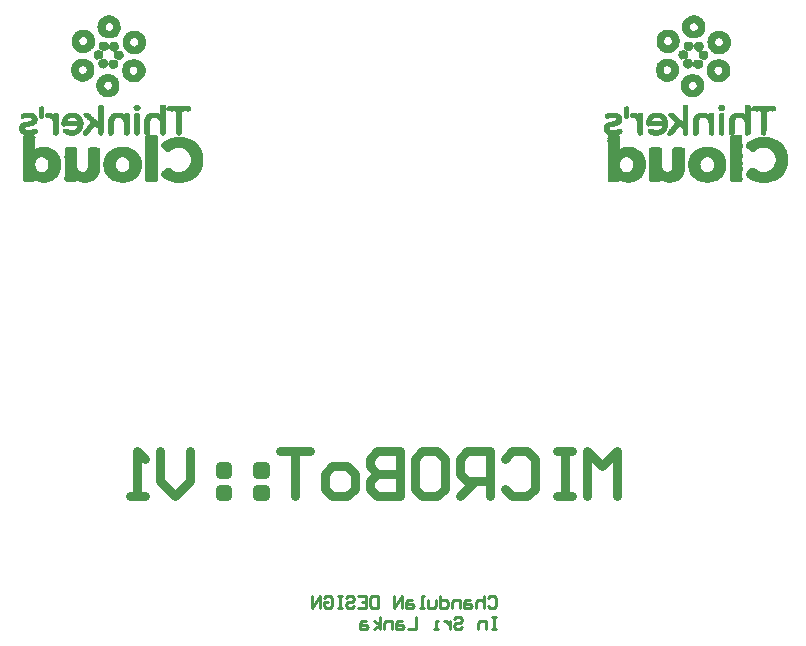
<source format=gbo>
G04 Layer_Color=32896*
%FSLAX25Y25*%
%MOIN*%
G70*
G01*
G75*
%ADD21C,0.01000*%
%ADD22C,0.03000*%
%ADD45C,0.00100*%
D21*
X421531Y196570D02*
X422197Y197237D01*
X423530D01*
X424197Y196570D01*
Y193904D01*
X423530Y193238D01*
X422197D01*
X421531Y193904D01*
X420198Y197237D02*
Y193238D01*
Y195237D01*
X419532Y195904D01*
X418199D01*
X417532Y195237D01*
Y193238D01*
X415533Y195904D02*
X414200D01*
X413534Y195237D01*
Y193238D01*
X415533D01*
X416199Y193904D01*
X415533Y194571D01*
X413534D01*
X412201Y193238D02*
Y195904D01*
X410201D01*
X409535Y195237D01*
Y193238D01*
X405536Y197237D02*
Y193238D01*
X407536D01*
X408202Y193904D01*
Y195237D01*
X407536Y195904D01*
X405536D01*
X404203D02*
Y193904D01*
X403537Y193238D01*
X401538D01*
Y195904D01*
X400205Y193238D02*
X398872D01*
X399538D01*
Y197237D01*
X400205D01*
X396206Y195904D02*
X394873D01*
X394207Y195237D01*
Y193238D01*
X396206D01*
X396872Y193904D01*
X396206Y194571D01*
X394207D01*
X392874Y193238D02*
Y197237D01*
X390208Y193238D01*
Y197237D01*
X384876D02*
Y193238D01*
X382877D01*
X382210Y193904D01*
Y196570D01*
X382877Y197237D01*
X384876D01*
X378212D02*
X380877D01*
Y193238D01*
X378212D01*
X380877Y195237D02*
X379545D01*
X374213Y196570D02*
X374879Y197237D01*
X376212D01*
X376879Y196570D01*
Y195904D01*
X376212Y195237D01*
X374879D01*
X374213Y194571D01*
Y193904D01*
X374879Y193238D01*
X376212D01*
X376879Y193904D01*
X372880Y197237D02*
X371547D01*
X372214D01*
Y193238D01*
X372880D01*
X371547D01*
X366882Y196570D02*
X367548Y197237D01*
X368881D01*
X369548Y196570D01*
Y193904D01*
X368881Y193238D01*
X367548D01*
X366882Y193904D01*
Y195237D01*
X368215D01*
X365549Y193238D02*
Y197237D01*
X362883Y193238D01*
Y197237D01*
X424197Y190038D02*
X422864D01*
X423530D01*
Y186039D01*
X424197D01*
X422864D01*
X420865D02*
Y188705D01*
X418865D01*
X418199Y188039D01*
Y186039D01*
X410201Y189372D02*
X410868Y190038D01*
X412201D01*
X412867Y189372D01*
Y188705D01*
X412201Y188039D01*
X410868D01*
X410201Y187372D01*
Y186706D01*
X410868Y186039D01*
X412201D01*
X412867Y186706D01*
X408869Y188705D02*
Y186039D01*
Y187372D01*
X408202Y188039D01*
X407536Y188705D01*
X406869D01*
X404870Y186039D02*
X403537D01*
X404203D01*
Y188705D01*
X404870D01*
X397539Y190038D02*
Y186039D01*
X394873D01*
X392874Y188705D02*
X391541D01*
X390874Y188039D01*
Y186039D01*
X392874D01*
X393540Y186706D01*
X392874Y187372D01*
X390874D01*
X389541Y186039D02*
Y188705D01*
X387542D01*
X386876Y188039D01*
Y186039D01*
X385543D02*
Y190038D01*
Y187372D02*
X383543Y188705D01*
X385543Y187372D02*
X383543Y186039D01*
X380877Y188705D02*
X379545D01*
X378878Y188039D01*
Y186039D01*
X380877D01*
X381544Y186706D01*
X380877Y187372D01*
X378878D01*
D22*
X464567Y230315D02*
Y245310D01*
X459569Y240312D01*
X454570Y245310D01*
Y230315D01*
X449572Y245310D02*
X444573D01*
X447073D01*
Y230315D01*
X449572D01*
X444573D01*
X427079Y242811D02*
X429578Y245310D01*
X434577D01*
X437076Y242811D01*
Y232814D01*
X434577Y230315D01*
X429578D01*
X427079Y232814D01*
X422081Y230315D02*
Y245310D01*
X414583D01*
X412084Y242811D01*
Y237812D01*
X414583Y235313D01*
X422081D01*
X417082D02*
X412084Y230315D01*
X399588Y245310D02*
X404586D01*
X407086Y242811D01*
Y232814D01*
X404586Y230315D01*
X399588D01*
X397089Y232814D01*
Y242811D01*
X399588Y245310D01*
X392090D02*
Y230315D01*
X384593D01*
X382094Y232814D01*
Y235313D01*
X384593Y237812D01*
X392090D01*
X384593D01*
X382094Y240312D01*
Y242811D01*
X384593Y245310D01*
X392090D01*
X374596Y230315D02*
X369598D01*
X367098Y232814D01*
Y237812D01*
X369598Y240312D01*
X374596D01*
X377095Y237812D01*
Y232814D01*
X374596Y230315D01*
X362100Y245310D02*
X352103D01*
X357102D01*
Y230315D01*
X347105Y240312D02*
X344606D01*
Y237812D01*
X347105D01*
Y240312D01*
Y232814D02*
X344606D01*
Y230315D01*
X347105D01*
Y232814D01*
X334609Y240312D02*
X332110D01*
Y237812D01*
X334609D01*
Y240312D01*
Y232814D02*
X332110D01*
Y230315D01*
X334609D01*
Y232814D01*
X322113Y245310D02*
Y235313D01*
X317115Y230315D01*
X312116Y235313D01*
Y245310D01*
X307118Y230315D02*
X302119D01*
X304619D01*
Y245310D01*
X307118Y242811D01*
D45*
X467725Y335098D02*
X467925D01*
X511925D02*
X514425D01*
X467425Y335198D02*
X468925D01*
X481025D02*
X482525D01*
X493625D02*
X495225D01*
X511625D02*
X514725D01*
X462425Y335298D02*
X462925D01*
X463325D02*
X463725D01*
X464025D02*
X464125D01*
X466525D02*
X469325D01*
X476425D02*
X477125D01*
X480525D02*
X483325D01*
X492925D02*
X496025D01*
X503525D02*
X504025D01*
X504725D02*
X504925D01*
X511025D02*
X515625D01*
X461725Y335398D02*
X464525D01*
X466325D02*
X469725D01*
X475625D02*
X478325D01*
X480225D02*
X483725D01*
X492425D02*
X496325D01*
X502525D02*
X505525D01*
X510725D02*
X515825D01*
X461525Y335498D02*
X464625D01*
X466225D02*
X470025D01*
X475525D02*
X478525D01*
X480125D02*
X483825D01*
X492225D02*
X496525D01*
X502325D02*
X505625D01*
X510525D02*
X515925D01*
X461425Y335598D02*
X464925D01*
X465825D02*
X470225D01*
X475325D02*
X478725D01*
X479825D02*
X484125D01*
X491825D02*
X496825D01*
X502225D02*
X505725D01*
X510225D02*
X516325D01*
X461425Y335698D02*
X465025D01*
X465525D02*
X470525D01*
X475225D02*
X478725D01*
X479625D02*
X484325D01*
X491725D02*
X497025D01*
X502125D02*
X505925D01*
X510125D02*
X516525D01*
X461425Y335798D02*
X465025D01*
X465425D02*
X470525D01*
X475225D02*
X478825D01*
X479525D02*
X484425D01*
X491525D02*
X497125D01*
X502125D02*
X505925D01*
X510025D02*
X516625D01*
X461325Y335898D02*
X470925D01*
X475225D02*
X478825D01*
X479125D02*
X484725D01*
X491125D02*
X497625D01*
X502125D02*
X505925D01*
X509525D02*
X517125D01*
X461325Y335998D02*
X471025D01*
X475225D02*
X484825D01*
X491025D02*
X497725D01*
X502125D02*
X505925D01*
X509325D02*
X517225D01*
X461325Y336098D02*
X471125D01*
X475225D02*
X484925D01*
X490925D02*
X497825D01*
X502125D02*
X505925D01*
X509225D02*
X517325D01*
X461325Y336198D02*
X471425D01*
X475125D02*
X485125D01*
X490725D02*
X498025D01*
X502125D02*
X506025D01*
X508925D02*
X517625D01*
X461325Y336298D02*
X471625D01*
X475125D02*
X485225D01*
X490525D02*
X498325D01*
X502125D02*
X506025D01*
X508825D02*
X517725D01*
X461325Y336398D02*
X471625D01*
X475125D02*
X485325D01*
X490525D02*
X498325D01*
X502125D02*
X506025D01*
X508725D02*
X517825D01*
X461325Y336498D02*
X471725D01*
X475125D02*
X485425D01*
X490325D02*
X498525D01*
X502125D02*
X506025D01*
X508425D02*
X518125D01*
X461325Y336598D02*
X471925D01*
X475125D02*
X485525D01*
X490125D02*
X498725D01*
X502125D02*
X505925D01*
X508325D02*
X518225D01*
X461325Y336698D02*
X472025D01*
X475125D02*
X485625D01*
X490025D02*
X498825D01*
X502125D02*
X505925D01*
X508225D02*
X518325D01*
X461325Y336798D02*
X472225D01*
X475125D02*
X485725D01*
X489925D02*
X498925D01*
X502125D02*
X505925D01*
X508125D02*
X518525D01*
X461325Y336898D02*
X472325D01*
X475125D02*
X485825D01*
X489825D02*
X499025D01*
X502125D02*
X505925D01*
X507925D02*
X518625D01*
X461325Y336998D02*
X472425D01*
X475225D02*
X485825D01*
X489625D02*
X499025D01*
X502125D02*
X505925D01*
X507925D02*
X518725D01*
X461325Y337098D02*
X472425D01*
X475225D02*
X485925D01*
X489625D02*
X499225D01*
X502125D02*
X505925D01*
X507725D02*
X518925D01*
X461325Y337198D02*
X472525D01*
X475225D02*
X486025D01*
X489525D02*
X499325D01*
X502125D02*
X505925D01*
X507625D02*
X519025D01*
X461325Y337298D02*
X472625D01*
X475225D02*
X486125D01*
X489425D02*
X499425D01*
X502125D02*
X505925D01*
X507625D02*
X519125D01*
X461325Y337398D02*
X472625D01*
X475225D02*
X486125D01*
X489325D02*
X499525D01*
X502125D02*
X505925D01*
X507525D02*
X519225D01*
X461325Y337498D02*
X472725D01*
X475225D02*
X486125D01*
X489225D02*
X499525D01*
X502125D02*
X505925D01*
X507425D02*
X519325D01*
X461425Y337598D02*
X472725D01*
X475225D02*
X486125D01*
X489125D02*
X499625D01*
X502125D02*
X505925D01*
X507325D02*
X519425D01*
X461425Y337698D02*
X472825D01*
X475225D02*
X486225D01*
X489025D02*
X499625D01*
X502125D02*
X505925D01*
X507325D02*
X519425D01*
X461425Y337798D02*
X472925D01*
X475225D02*
X486325D01*
X489025D02*
X499725D01*
X502125D02*
X505925D01*
X507325D02*
X519525D01*
X461425Y337898D02*
X472925D01*
X475225D02*
X486425D01*
X488925D02*
X499825D01*
X502125D02*
X505925D01*
X507325D02*
X519625D01*
X461425Y337998D02*
X473025D01*
X475225D02*
X486425D01*
X488925D02*
X499825D01*
X502125D02*
X505925D01*
X507325D02*
X519725D01*
X461425Y338098D02*
X473025D01*
X475225D02*
X486425D01*
X488825D02*
X499925D01*
X502125D02*
X505925D01*
X507325D02*
X519825D01*
X461425Y338198D02*
X473025D01*
X475225D02*
X486425D01*
X488725D02*
X499925D01*
X502125D02*
X505925D01*
X507425D02*
X519825D01*
X461425Y338298D02*
X473125D01*
X475225D02*
X486425D01*
X488725D02*
X499925D01*
X502125D02*
X505925D01*
X507625D02*
X519925D01*
X461325Y338398D02*
X467225D01*
X467825D02*
X473225D01*
X475225D02*
X486425D01*
X488625D02*
X494125D01*
X494625D02*
X500025D01*
X502125D02*
X505925D01*
X507625D02*
X520025D01*
X461325Y338498D02*
X466725D01*
X468025D02*
X473225D01*
X475225D02*
X486525D01*
X488625D02*
X493725D01*
X494925D02*
X500125D01*
X502125D02*
X505925D01*
X507625D02*
X520025D01*
X461325Y338598D02*
X466225D01*
X468625D02*
X473325D01*
X475225D02*
X480325D01*
X481925D02*
X486525D01*
X488625D02*
X493225D01*
X495425D02*
X500225D01*
X502125D02*
X505925D01*
X507825D02*
X511725D01*
X514425D02*
X520125D01*
X461325Y338698D02*
X466225D01*
X468725D02*
X473325D01*
X475225D02*
X480225D01*
X482025D02*
X486625D01*
X488625D02*
X493125D01*
X495625D02*
X500225D01*
X502125D02*
X505925D01*
X507925D02*
X511625D01*
X514525D02*
X520125D01*
X461325Y338798D02*
X466125D01*
X468825D02*
X473325D01*
X475225D02*
X480025D01*
X482225D02*
X486625D01*
X488525D02*
X493025D01*
X495725D02*
X500225D01*
X502125D02*
X505925D01*
X507925D02*
X511425D01*
X514725D02*
X520125D01*
X461325Y338898D02*
X465925D01*
X469025D02*
X473325D01*
X475225D02*
X479925D01*
X482325D02*
X486725D01*
X488425D02*
X492825D01*
X496025D02*
X500225D01*
X502125D02*
X505925D01*
X508225D02*
X511125D01*
X515025D02*
X520225D01*
X461325Y338998D02*
X465825D01*
X469125D02*
X473325D01*
X475225D02*
X479725D01*
X482425D02*
X486725D01*
X488425D02*
X492825D01*
X496025D02*
X500225D01*
X502125D02*
X505925D01*
X508225D02*
X511025D01*
X515225D02*
X520325D01*
X461325Y339098D02*
X465725D01*
X469125D02*
X473425D01*
X475225D02*
X479725D01*
X482525D02*
X486725D01*
X488425D02*
X492725D01*
X496025D02*
X500325D01*
X502125D02*
X506025D01*
X508325D02*
X510925D01*
X515325D02*
X520425D01*
X461325Y339198D02*
X465625D01*
X469325D02*
X473425D01*
X475225D02*
X479525D01*
X482625D02*
X486725D01*
X488325D02*
X492525D01*
X496225D02*
X500325D01*
X502125D02*
X506025D01*
X508525D02*
X510625D01*
X515625D02*
X520425D01*
X461325Y339298D02*
X465625D01*
X469325D02*
X473525D01*
X475225D02*
X479425D01*
X482625D02*
X486725D01*
X488325D02*
X492525D01*
X496325D02*
X500425D01*
X502125D02*
X506025D01*
X508525D02*
X510625D01*
X515725D02*
X520425D01*
X461325Y339398D02*
X465525D01*
X469425D02*
X473525D01*
X475225D02*
X479425D01*
X482625D02*
X486725D01*
X488325D02*
X492525D01*
X496325D02*
X500425D01*
X502125D02*
X506025D01*
X508625D02*
X510525D01*
X515825D02*
X520425D01*
X461325Y339498D02*
X465325D01*
X469525D02*
X473525D01*
X475225D02*
X479325D01*
X482725D02*
X486725D01*
X488325D02*
X492325D01*
X496425D02*
X500425D01*
X502125D02*
X506025D01*
X508825D02*
X510325D01*
X516025D02*
X520525D01*
X461325Y339598D02*
X465325D01*
X469525D02*
X473625D01*
X475225D02*
X479325D01*
X482825D02*
X486725D01*
X488325D02*
X492225D01*
X496525D02*
X500525D01*
X502125D02*
X506025D01*
X508925D02*
X510225D01*
X516125D02*
X520625D01*
X461325Y339698D02*
X465325D01*
X469625D02*
X473625D01*
X475225D02*
X479225D01*
X482825D02*
X486725D01*
X488325D02*
X492225D01*
X496625D02*
X500525D01*
X502125D02*
X506025D01*
X508925D02*
X510125D01*
X516125D02*
X520625D01*
X461325Y339798D02*
X465325D01*
X469625D02*
X473625D01*
X475225D02*
X479125D01*
X482825D02*
X486725D01*
X488325D02*
X492225D01*
X496625D02*
X500525D01*
X502125D02*
X506025D01*
X509125D02*
X509825D01*
X516225D02*
X520725D01*
X461325Y339898D02*
X465325D01*
X469725D02*
X473625D01*
X475225D02*
X479125D01*
X482825D02*
X486725D01*
X488325D02*
X492225D01*
X496625D02*
X500525D01*
X502125D02*
X506025D01*
X509225D02*
X509725D01*
X516325D02*
X520725D01*
X461325Y339998D02*
X465225D01*
X469725D02*
X473625D01*
X475225D02*
X479125D01*
X482925D02*
X486725D01*
X488225D02*
X492125D01*
X496625D02*
X500525D01*
X502125D02*
X506025D01*
X516425D02*
X520725D01*
X461325Y340098D02*
X465225D01*
X469725D02*
X473625D01*
X475225D02*
X479125D01*
X482925D02*
X486725D01*
X488225D02*
X492125D01*
X496625D02*
X500525D01*
X502125D02*
X506025D01*
X516525D02*
X520725D01*
X461325Y340198D02*
X465225D01*
X469725D02*
X473625D01*
X475225D02*
X479125D01*
X482925D02*
X486725D01*
X488225D02*
X492125D01*
X496625D02*
X500525D01*
X502125D02*
X505925D01*
X516525D02*
X520725D01*
X461325Y340298D02*
X465225D01*
X469825D02*
X473625D01*
X475225D02*
X479125D01*
X482925D02*
X486725D01*
X488125D02*
X492125D01*
X496725D02*
X500525D01*
X502125D02*
X505925D01*
X516625D02*
X520725D01*
X461325Y340398D02*
X465225D01*
X469825D02*
X473625D01*
X475225D02*
X479125D01*
X482925D02*
X486725D01*
X488125D02*
X492125D01*
X496725D02*
X500525D01*
X502125D02*
X505925D01*
X516725D02*
X520825D01*
X461325Y340498D02*
X465125D01*
X469825D02*
X473625D01*
X475225D02*
X479125D01*
X482925D02*
X486725D01*
X488125D02*
X492025D01*
X496725D02*
X500525D01*
X502125D02*
X505925D01*
X516825D02*
X520925D01*
X461325Y340598D02*
X465025D01*
X469825D02*
X473625D01*
X475225D02*
X479125D01*
X482925D02*
X486725D01*
X488125D02*
X492025D01*
X496725D02*
X500525D01*
X502125D02*
X505925D01*
X516825D02*
X520925D01*
X461325Y340698D02*
X465025D01*
X469825D02*
X473625D01*
X475225D02*
X479025D01*
X482925D02*
X486725D01*
X488025D02*
X491925D01*
X496725D02*
X500525D01*
X502125D02*
X505925D01*
X516825D02*
X520925D01*
X461325Y340798D02*
X465025D01*
X469825D02*
X473625D01*
X475225D02*
X479025D01*
X482925D02*
X486725D01*
X488025D02*
X491925D01*
X496725D02*
X500525D01*
X502125D02*
X505925D01*
X516825D02*
X521025D01*
X461325Y340898D02*
X465025D01*
X469825D02*
X473625D01*
X475225D02*
X479025D01*
X482925D02*
X486725D01*
X488025D02*
X491925D01*
X496725D02*
X500525D01*
X502125D02*
X505925D01*
X516925D02*
X521025D01*
X461325Y340998D02*
X465025D01*
X469825D02*
X473625D01*
X475225D02*
X479025D01*
X482925D02*
X486725D01*
X488025D02*
X491925D01*
X496725D02*
X500525D01*
X502125D02*
X506025D01*
X516925D02*
X521025D01*
X461325Y341098D02*
X465025D01*
X469825D02*
X473625D01*
X475225D02*
X479025D01*
X482925D02*
X486725D01*
X488025D02*
X491925D01*
X496725D02*
X500525D01*
X502125D02*
X506025D01*
X517025D02*
X521025D01*
X461325Y341198D02*
X465025D01*
X469825D02*
X473625D01*
X475225D02*
X479025D01*
X482925D02*
X486725D01*
X488025D02*
X491925D01*
X496725D02*
X500525D01*
X502125D02*
X506025D01*
X517025D02*
X521025D01*
X461325Y341298D02*
X465025D01*
X469825D02*
X473625D01*
X475225D02*
X479025D01*
X482925D02*
X486725D01*
X488025D02*
X491925D01*
X496725D02*
X500525D01*
X502125D02*
X506025D01*
X517125D02*
X521025D01*
X461325Y341398D02*
X465025D01*
X469825D02*
X473625D01*
X475225D02*
X479025D01*
X482925D02*
X486725D01*
X488125D02*
X492025D01*
X496725D02*
X500525D01*
X502125D02*
X506025D01*
X517125D02*
X521025D01*
X461325Y341498D02*
X465025D01*
X469825D02*
X473625D01*
X475225D02*
X479025D01*
X482925D02*
X486725D01*
X488125D02*
X492025D01*
X496725D02*
X500525D01*
X502125D02*
X506025D01*
X517125D02*
X521025D01*
X461325Y341598D02*
X465025D01*
X469825D02*
X473625D01*
X475225D02*
X479025D01*
X482925D02*
X486725D01*
X488125D02*
X492025D01*
X496725D02*
X500525D01*
X502125D02*
X506025D01*
X517225D02*
X521125D01*
X461325Y341698D02*
X465125D01*
X469825D02*
X473625D01*
X475225D02*
X479025D01*
X482925D02*
X486725D01*
X488125D02*
X492025D01*
X496725D02*
X500525D01*
X502125D02*
X505925D01*
X517225D02*
X521125D01*
X461325Y341798D02*
X465125D01*
X469725D02*
X473625D01*
X475225D02*
X479025D01*
X482925D02*
X486725D01*
X488125D02*
X492125D01*
X496725D02*
X500525D01*
X502125D02*
X505925D01*
X517225D02*
X521125D01*
X461325Y341898D02*
X465225D01*
X469725D02*
X473625D01*
X475225D02*
X479025D01*
X482925D02*
X486725D01*
X488225D02*
X492125D01*
X496625D02*
X500525D01*
X502125D02*
X505925D01*
X517325D02*
X521125D01*
X461325Y341998D02*
X465225D01*
X469725D02*
X473625D01*
X475225D02*
X479025D01*
X482925D02*
X486725D01*
X488225D02*
X492225D01*
X496625D02*
X500525D01*
X502125D02*
X505925D01*
X517325D02*
X521125D01*
X461325Y342098D02*
X465325D01*
X469725D02*
X473625D01*
X475225D02*
X479025D01*
X482925D02*
X486725D01*
X488325D02*
X492225D01*
X496625D02*
X500525D01*
X502125D02*
X505925D01*
X517325D02*
X521125D01*
X461325Y342198D02*
X465325D01*
X469625D02*
X473625D01*
X475225D02*
X479025D01*
X482925D02*
X486725D01*
X488325D02*
X492225D01*
X496525D02*
X500525D01*
X502125D02*
X505925D01*
X517325D02*
X521125D01*
X461325Y342298D02*
X465325D01*
X469625D02*
X473625D01*
X475225D02*
X479025D01*
X482925D02*
X486725D01*
X488325D02*
X492225D01*
X496525D02*
X500525D01*
X502125D02*
X505925D01*
X517325D02*
X521125D01*
X461325Y342398D02*
X465325D01*
X469525D02*
X473625D01*
X475225D02*
X479025D01*
X482925D02*
X486725D01*
X488325D02*
X492325D01*
X496425D02*
X500425D01*
X502125D02*
X505925D01*
X517325D02*
X521125D01*
X461325Y342498D02*
X465325D01*
X469525D02*
X473525D01*
X475225D02*
X479025D01*
X482925D02*
X486725D01*
X488325D02*
X492325D01*
X496425D02*
X500425D01*
X502125D02*
X505925D01*
X517325D02*
X521125D01*
X461325Y342598D02*
X465525D01*
X469425D02*
X473525D01*
X475225D02*
X479025D01*
X482925D02*
X486725D01*
X488325D02*
X492425D01*
X496325D02*
X500425D01*
X502125D02*
X505925D01*
X517325D02*
X521125D01*
X461325Y342698D02*
X465625D01*
X469325D02*
X473525D01*
X475225D02*
X479025D01*
X482925D02*
X486725D01*
X488325D02*
X492525D01*
X496325D02*
X500425D01*
X502125D02*
X505925D01*
X517325D02*
X521125D01*
X461325Y342798D02*
X465625D01*
X469225D02*
X473525D01*
X475225D02*
X479025D01*
X482925D02*
X486725D01*
X488325D02*
X492525D01*
X496225D02*
X500325D01*
X502125D02*
X505925D01*
X517325D02*
X521125D01*
X461425Y342898D02*
X465725D01*
X469125D02*
X473425D01*
X475225D02*
X479025D01*
X482925D02*
X486725D01*
X488425D02*
X492625D01*
X496125D02*
X500325D01*
X502125D02*
X505925D01*
X517325D02*
X521125D01*
X461425Y342998D02*
X465825D01*
X469025D02*
X473425D01*
X475225D02*
X479025D01*
X482925D02*
X486725D01*
X488425D02*
X492725D01*
X496025D02*
X500225D01*
X502125D02*
X505925D01*
X517325D02*
X521125D01*
X461425Y343098D02*
X465925D01*
X469025D02*
X473325D01*
X475225D02*
X479025D01*
X482925D02*
X486725D01*
X488525D02*
X492825D01*
X495925D02*
X500225D01*
X502125D02*
X505925D01*
X517325D02*
X521125D01*
X461325Y343198D02*
X466125D01*
X468725D02*
X473325D01*
X475225D02*
X479025D01*
X482925D02*
X486725D01*
X488625D02*
X493025D01*
X495725D02*
X500225D01*
X502125D02*
X505925D01*
X517325D02*
X521125D01*
X461325Y343298D02*
X466225D01*
X468525D02*
X473325D01*
X475225D02*
X479025D01*
X482925D02*
X486725D01*
X488625D02*
X493225D01*
X495625D02*
X500225D01*
X502125D02*
X505925D01*
X517325D02*
X521125D01*
X461325Y343398D02*
X466325D01*
X468425D02*
X473325D01*
X475225D02*
X479025D01*
X482925D02*
X486725D01*
X488625D02*
X493325D01*
X495425D02*
X500125D01*
X502125D02*
X506025D01*
X517325D02*
X521125D01*
X461325Y343498D02*
X466725D01*
X468125D02*
X473225D01*
X475125D02*
X479025D01*
X482925D02*
X486725D01*
X488625D02*
X493725D01*
X495125D02*
X500125D01*
X502125D02*
X506025D01*
X517225D02*
X521125D01*
X461325Y343598D02*
X473225D01*
X475125D02*
X479025D01*
X482925D02*
X486725D01*
X488725D02*
X500025D01*
X502125D02*
X506025D01*
X517125D02*
X521125D01*
X461325Y343698D02*
X473125D01*
X475125D02*
X479025D01*
X482925D02*
X486725D01*
X488725D02*
X499925D01*
X502125D02*
X505925D01*
X517125D02*
X521025D01*
X461325Y343798D02*
X473025D01*
X475125D02*
X479025D01*
X482925D02*
X486725D01*
X488725D02*
X499925D01*
X502125D02*
X505925D01*
X517125D02*
X521025D01*
X461325Y343898D02*
X473025D01*
X475125D02*
X479025D01*
X482925D02*
X486725D01*
X488825D02*
X499925D01*
X502125D02*
X505925D01*
X517125D02*
X521025D01*
X461325Y343998D02*
X473025D01*
X475225D02*
X479025D01*
X482925D02*
X486725D01*
X488925D02*
X499825D01*
X502125D02*
X505925D01*
X517125D02*
X521025D01*
X461325Y344098D02*
X472925D01*
X475225D02*
X479025D01*
X482925D02*
X486725D01*
X489025D02*
X499825D01*
X502125D02*
X506025D01*
X517025D02*
X521025D01*
X461325Y344198D02*
X472925D01*
X475225D02*
X479025D01*
X482925D02*
X486725D01*
X489025D02*
X499725D01*
X502125D02*
X506025D01*
X517025D02*
X521025D01*
X461325Y344298D02*
X472825D01*
X475225D02*
X479025D01*
X482925D02*
X486725D01*
X489125D02*
X499625D01*
X502125D02*
X506025D01*
X516925D02*
X521025D01*
X461325Y344398D02*
X472725D01*
X475225D02*
X479025D01*
X482925D02*
X486725D01*
X489225D02*
X499625D01*
X502125D02*
X506025D01*
X516825D02*
X521025D01*
X461325Y344498D02*
X472725D01*
X475225D02*
X479025D01*
X482925D02*
X486725D01*
X489225D02*
X499525D01*
X502125D02*
X505925D01*
X516825D02*
X520925D01*
X461325Y344598D02*
X472625D01*
X475225D02*
X479025D01*
X482925D02*
X486725D01*
X489325D02*
X499425D01*
X502125D02*
X505925D01*
X516825D02*
X520925D01*
X461325Y344698D02*
X472525D01*
X475225D02*
X479025D01*
X482925D02*
X486725D01*
X489425D02*
X499325D01*
X502125D02*
X505925D01*
X516725D02*
X520825D01*
X461325Y344798D02*
X472525D01*
X475225D02*
X479025D01*
X482925D02*
X486725D01*
X489525D02*
X499225D01*
X502125D02*
X505925D01*
X516725D02*
X520825D01*
X461325Y344898D02*
X472425D01*
X475225D02*
X479025D01*
X482925D02*
X486725D01*
X489525D02*
X499225D01*
X502125D02*
X505925D01*
X516625D02*
X520725D01*
X461325Y344998D02*
X472325D01*
X475225D02*
X479025D01*
X482925D02*
X486725D01*
X489725D02*
X499025D01*
X502125D02*
X505925D01*
X516625D02*
X520725D01*
X461325Y345098D02*
X472225D01*
X475225D02*
X479025D01*
X482925D02*
X486725D01*
X489825D02*
X498925D01*
X502125D02*
X505925D01*
X516525D02*
X520725D01*
X461325Y345198D02*
X472125D01*
X475225D02*
X479025D01*
X482925D02*
X486725D01*
X489925D02*
X498925D01*
X502125D02*
X505925D01*
X516425D02*
X520725D01*
X461325Y345298D02*
X472025D01*
X475225D02*
X479025D01*
X482925D02*
X486725D01*
X490025D02*
X498625D01*
X502125D02*
X505925D01*
X509325D02*
X509825D01*
X516325D02*
X520725D01*
X461325Y345398D02*
X471925D01*
X475225D02*
X479025D01*
X482925D02*
X486725D01*
X490125D02*
X498625D01*
X502125D02*
X505925D01*
X509125D02*
X510025D01*
X516225D02*
X520725D01*
X461325Y345498D02*
X471825D01*
X475225D02*
X479025D01*
X482925D02*
X486725D01*
X490225D02*
X498525D01*
X502125D02*
X505925D01*
X509025D02*
X510025D01*
X516125D02*
X520625D01*
X461325Y345598D02*
X471525D01*
X475225D02*
X479025D01*
X482925D02*
X486725D01*
X490525D02*
X498325D01*
X502125D02*
X505925D01*
X508925D02*
X510125D01*
X516125D02*
X520625D01*
X461325Y345698D02*
X471425D01*
X475225D02*
X479025D01*
X482925D02*
X486725D01*
X490625D02*
X498225D01*
X502125D02*
X505925D01*
X508825D02*
X510325D01*
X515925D02*
X520525D01*
X461325Y345798D02*
X471425D01*
X475225D02*
X479025D01*
X482925D02*
X486725D01*
X490625D02*
X498025D01*
X502125D02*
X505925D01*
X508625D02*
X510325D01*
X515825D02*
X520425D01*
X461325Y345898D02*
X471125D01*
X475225D02*
X479025D01*
X482925D02*
X486725D01*
X490925D02*
X497825D01*
X502125D02*
X505925D01*
X508625D02*
X510425D01*
X515825D02*
X520425D01*
X461325Y345998D02*
X470925D01*
X475225D02*
X479025D01*
X482925D02*
X486725D01*
X491125D02*
X497625D01*
X502125D02*
X505925D01*
X508525D02*
X510625D01*
X515525D02*
X520425D01*
X461325Y346098D02*
X470825D01*
X475225D02*
X479025D01*
X483025D02*
X486725D01*
X491225D02*
X497525D01*
X502125D02*
X505925D01*
X508325D02*
X510825D01*
X515325D02*
X520325D01*
X461325Y346198D02*
X465225D01*
X465525D02*
X470625D01*
X475225D02*
X479025D01*
X483025D02*
X486725D01*
X491525D02*
X497225D01*
X502125D02*
X505925D01*
X508325D02*
X510925D01*
X515325D02*
X520325D01*
X461325Y346298D02*
X465125D01*
X465725D02*
X470425D01*
X475225D02*
X479025D01*
X483125D02*
X486725D01*
X491725D02*
X497025D01*
X502125D02*
X505925D01*
X508125D02*
X511225D01*
X515025D02*
X520225D01*
X461325Y346398D02*
X465125D01*
X465925D02*
X470225D01*
X475225D02*
X478925D01*
X483125D02*
X486725D01*
X491825D02*
X496825D01*
X502125D02*
X505925D01*
X508025D02*
X511425D01*
X514925D02*
X520225D01*
X461325Y346498D02*
X465125D01*
X466325D02*
X470025D01*
X475425D02*
X478725D01*
X483225D02*
X486525D01*
X492325D02*
X496625D01*
X502125D02*
X505925D01*
X507925D02*
X511525D01*
X514625D02*
X520125D01*
X461325Y346598D02*
X465125D01*
X466525D02*
X469625D01*
X475625D02*
X478525D01*
X483525D02*
X485825D01*
X492625D02*
X496225D01*
X502125D02*
X505925D01*
X507825D02*
X512325D01*
X514125D02*
X520125D01*
X461325Y346698D02*
X465125D01*
X466925D02*
X469025D01*
X493025D02*
X495525D01*
X502125D02*
X505925D01*
X507625D02*
X512625D01*
X513725D02*
X520025D01*
X461325Y346798D02*
X465125D01*
X467725D02*
X468425D01*
X493625D02*
X494725D01*
X502125D02*
X506025D01*
X507625D02*
X513225D01*
X513425D02*
X519925D01*
X461325Y346898D02*
X465125D01*
X502125D02*
X506025D01*
X507525D02*
X519825D01*
X461325Y346998D02*
X465125D01*
X502125D02*
X506025D01*
X507425D02*
X519825D01*
X461325Y347098D02*
X465125D01*
X502125D02*
X506025D01*
X507325D02*
X519725D01*
X461325Y347198D02*
X465025D01*
X502125D02*
X506025D01*
X507325D02*
X519725D01*
X461325Y347298D02*
X465025D01*
X502125D02*
X506025D01*
X507325D02*
X519625D01*
X461325Y347398D02*
X465025D01*
X502125D02*
X506025D01*
X507325D02*
X519525D01*
X461325Y347498D02*
X465125D01*
X502125D02*
X506025D01*
X507325D02*
X519425D01*
X461325Y347598D02*
X465125D01*
X502125D02*
X506025D01*
X507425D02*
X519425D01*
X461325Y347698D02*
X465125D01*
X502125D02*
X506025D01*
X507525D02*
X519325D01*
X461325Y347798D02*
X465125D01*
X502125D02*
X506025D01*
X507625D02*
X519225D01*
X461325Y347898D02*
X465125D01*
X502125D02*
X505925D01*
X507625D02*
X519125D01*
X461325Y347998D02*
X465125D01*
X502125D02*
X505925D01*
X507625D02*
X519025D01*
X461325Y348098D02*
X465125D01*
X502125D02*
X505925D01*
X507725D02*
X518825D01*
X461325Y348198D02*
X465125D01*
X502125D02*
X505925D01*
X507925D02*
X518825D01*
X461325Y348298D02*
X465125D01*
X502125D02*
X505925D01*
X507925D02*
X518725D01*
X461325Y348398D02*
X465125D01*
X502125D02*
X505925D01*
X508025D02*
X518525D01*
X461425Y348498D02*
X465125D01*
X502125D02*
X505925D01*
X508225D02*
X518425D01*
X461425Y348598D02*
X465025D01*
X502125D02*
X505925D01*
X508325D02*
X518225D01*
X461425Y348698D02*
X465025D01*
X502125D02*
X505925D01*
X508525D02*
X518125D01*
X461325Y348798D02*
X465125D01*
X502125D02*
X505925D01*
X508625D02*
X518025D01*
X461225Y348898D02*
X465125D01*
X502125D02*
X505925D01*
X508725D02*
X517925D01*
X461225Y348998D02*
X465125D01*
X502125D02*
X505925D01*
X509025D02*
X517625D01*
X461325Y349098D02*
X465125D01*
X502125D02*
X505925D01*
X509125D02*
X517425D01*
X461325Y349198D02*
X465125D01*
X502125D02*
X505925D01*
X509325D02*
X517325D01*
X461425Y349298D02*
X465125D01*
X502125D02*
X505925D01*
X509625D02*
X516925D01*
X461325Y349398D02*
X465125D01*
X502125D02*
X505925D01*
X509725D02*
X516725D01*
X461325Y349498D02*
X465125D01*
X502125D02*
X505925D01*
X509825D02*
X516625D01*
X461225Y349598D02*
X465125D01*
X502125D02*
X505925D01*
X510325D02*
X516025D01*
X461225Y349698D02*
X465025D01*
X502125D02*
X505925D01*
X510725D02*
X515825D01*
X461325Y349798D02*
X465025D01*
X502125D02*
X505925D01*
X510925D02*
X515725D01*
X461325Y349898D02*
X465025D01*
X502125D02*
X505925D01*
X511225D02*
X515325D01*
X461325Y349998D02*
X465125D01*
X502125D02*
X505925D01*
X511525D02*
X515025D01*
X461325Y350098D02*
X465225D01*
X502125D02*
X505925D01*
X512325D02*
X514725D01*
X461325Y350198D02*
X465225D01*
X502125D02*
X505925D01*
X461325Y350298D02*
X465125D01*
X502125D02*
X505925D01*
X461425Y350398D02*
X465025D01*
X502125D02*
X505725D01*
X461425Y350498D02*
X464925D01*
X502225D02*
X505725D01*
X461525Y350598D02*
X464825D01*
X502325D02*
X505625D01*
X461625Y350698D02*
X464725D01*
X502425D02*
X505425D01*
X462125Y350798D02*
X462525D01*
X461825Y350898D02*
X464325D01*
X471925D02*
X472225D01*
X476525D02*
X478225D01*
X481525D02*
X482225D01*
X486925D02*
X487425D01*
X490125D02*
X490725D01*
X495625D02*
X496025D01*
X499125D02*
X499425D01*
X502325D02*
X503125D01*
X507525D02*
X507925D01*
X513025D02*
X513425D01*
X461625Y350998D02*
X464425D01*
X471625D02*
X472525D01*
X476325D02*
X478525D01*
X481325D02*
X482625D01*
X486725D02*
X487625D01*
X490025D02*
X490925D01*
X495225D02*
X496225D01*
X498825D02*
X499725D01*
X502025D02*
X503125D01*
X507325D02*
X508225D01*
X512725D02*
X513725D01*
X461625Y351098D02*
X464525D01*
X471525D02*
X472625D01*
X476125D02*
X478725D01*
X481225D02*
X482625D01*
X486625D02*
X487625D01*
X489925D02*
X491025D01*
X495225D02*
X496325D01*
X498625D02*
X499825D01*
X501925D02*
X503225D01*
X507325D02*
X508425D01*
X512625D02*
X513725D01*
X461225Y351198D02*
X465025D01*
X471425D02*
X472725D01*
X475525D02*
X479125D01*
X481225D02*
X482825D01*
X486525D02*
X487725D01*
X489925D02*
X491025D01*
X495125D02*
X496425D01*
X498525D02*
X499825D01*
X501925D02*
X503225D01*
X507225D02*
X508425D01*
X512525D02*
X513825D01*
X461125Y351298D02*
X465225D01*
X471325D02*
X472825D01*
X475425D02*
X479425D01*
X481225D02*
X482925D01*
X486525D02*
X487825D01*
X489825D02*
X491225D01*
X495125D02*
X496525D01*
X498525D02*
X499925D01*
X501825D02*
X503225D01*
X507125D02*
X508525D01*
X512525D02*
X513925D01*
X460925Y351398D02*
X465425D01*
X471325D02*
X472825D01*
X475325D02*
X479525D01*
X481225D02*
X483025D01*
X486425D02*
X487825D01*
X489825D02*
X491325D01*
X495125D02*
X496525D01*
X498425D02*
X499925D01*
X501825D02*
X503325D01*
X507125D02*
X508525D01*
X512425D02*
X513925D01*
X460825Y351498D02*
X465625D01*
X471325D02*
X472925D01*
X475225D02*
X479725D01*
X481225D02*
X483025D01*
X486325D02*
X487825D01*
X489825D02*
X491325D01*
X495025D02*
X496525D01*
X498425D02*
X499925D01*
X501825D02*
X503325D01*
X507025D02*
X508625D01*
X512425D02*
X513925D01*
X460625Y351598D02*
X465725D01*
X471225D02*
X472925D01*
X475125D02*
X479825D01*
X481325D02*
X483125D01*
X486325D02*
X487925D01*
X489725D02*
X491325D01*
X495025D02*
X496525D01*
X498425D02*
X499925D01*
X501825D02*
X503325D01*
X507025D02*
X508625D01*
X512325D02*
X513925D01*
X460525Y351698D02*
X465825D01*
X471225D02*
X472925D01*
X475025D02*
X479925D01*
X481325D02*
X483125D01*
X486325D02*
X487925D01*
X489725D02*
X491325D01*
X495025D02*
X496525D01*
X498425D02*
X499925D01*
X501825D02*
X503325D01*
X507025D02*
X508725D01*
X512325D02*
X513925D01*
X460525Y351798D02*
X465925D01*
X471225D02*
X472925D01*
X474925D02*
X480025D01*
X481325D02*
X483325D01*
X486325D02*
X487925D01*
X489725D02*
X491325D01*
X495025D02*
X496525D01*
X498425D02*
X499925D01*
X501825D02*
X503325D01*
X507025D02*
X508725D01*
X512325D02*
X513925D01*
X460325Y351898D02*
X465925D01*
X471225D02*
X472925D01*
X474825D02*
X480125D01*
X481425D02*
X483425D01*
X486325D02*
X487925D01*
X489725D02*
X491325D01*
X495025D02*
X496525D01*
X498425D02*
X499925D01*
X501825D02*
X503325D01*
X507025D02*
X508625D01*
X512325D02*
X513925D01*
X460325Y351998D02*
X466025D01*
X471225D02*
X472925D01*
X474725D02*
X480225D01*
X481425D02*
X483425D01*
X486325D02*
X487925D01*
X489725D02*
X491325D01*
X495025D02*
X496525D01*
X498425D02*
X499925D01*
X501825D02*
X503325D01*
X507025D02*
X508625D01*
X512325D02*
X513925D01*
X460225Y352098D02*
X466025D01*
X471225D02*
X472925D01*
X474625D02*
X480325D01*
X481525D02*
X483625D01*
X486325D02*
X487925D01*
X489725D02*
X491325D01*
X495025D02*
X496525D01*
X498425D02*
X499925D01*
X501825D02*
X503325D01*
X507025D02*
X508625D01*
X512325D02*
X513925D01*
X460225Y352198D02*
X465925D01*
X471225D02*
X472925D01*
X474625D02*
X480325D01*
X481625D02*
X483625D01*
X486325D02*
X487925D01*
X489725D02*
X491325D01*
X495025D02*
X496525D01*
X498425D02*
X499925D01*
X501825D02*
X503325D01*
X507025D02*
X508625D01*
X512325D02*
X513925D01*
X460225Y352298D02*
X465925D01*
X471225D02*
X472925D01*
X474625D02*
X480325D01*
X481725D02*
X483725D01*
X486325D02*
X487925D01*
X489725D02*
X491325D01*
X495025D02*
X496525D01*
X498425D02*
X499925D01*
X501825D02*
X503325D01*
X507025D02*
X508625D01*
X512325D02*
X513925D01*
X460125Y352398D02*
X462225D01*
X463925D02*
X465925D01*
X471225D02*
X472925D01*
X474625D02*
X476625D01*
X478225D02*
X480525D01*
X481825D02*
X483725D01*
X486325D02*
X487925D01*
X489725D02*
X491325D01*
X495025D02*
X496525D01*
X498425D02*
X499925D01*
X501825D02*
X503325D01*
X507025D02*
X508625D01*
X512325D02*
X513925D01*
X460125Y352498D02*
X462025D01*
X464125D02*
X465925D01*
X471225D02*
X472925D01*
X474625D02*
X476525D01*
X478225D02*
X480625D01*
X481825D02*
X483825D01*
X486325D02*
X487925D01*
X489725D02*
X491325D01*
X495025D02*
X496525D01*
X498425D02*
X499925D01*
X501825D02*
X503325D01*
X507025D02*
X508725D01*
X512325D02*
X514025D01*
X460125Y352598D02*
X461925D01*
X464425D02*
X465825D01*
X471225D02*
X472925D01*
X474625D02*
X476325D01*
X478525D02*
X480625D01*
X481925D02*
X483925D01*
X486325D02*
X487925D01*
X489625D02*
X491325D01*
X495025D02*
X496525D01*
X498425D02*
X499925D01*
X501825D02*
X503325D01*
X507025D02*
X508725D01*
X512325D02*
X514025D01*
X460125Y352698D02*
X461725D01*
X464725D02*
X465725D01*
X471225D02*
X472925D01*
X474725D02*
X476025D01*
X478725D02*
X480625D01*
X482025D02*
X484025D01*
X486325D02*
X487925D01*
X489625D02*
X491325D01*
X495025D02*
X496525D01*
X498425D02*
X499925D01*
X501825D02*
X503325D01*
X507025D02*
X508725D01*
X512325D02*
X514025D01*
X460125Y352798D02*
X461625D01*
X464925D02*
X465625D01*
X471225D02*
X472925D01*
X474825D02*
X475925D01*
X478825D02*
X480725D01*
X482225D02*
X484025D01*
X486325D02*
X487925D01*
X489725D02*
X491325D01*
X495025D02*
X496525D01*
X498425D02*
X499925D01*
X501825D02*
X503325D01*
X507025D02*
X508725D01*
X512325D02*
X514025D01*
X460125Y352898D02*
X461625D01*
X471225D02*
X472925D01*
X474925D02*
X475725D01*
X478925D02*
X480825D01*
X482225D02*
X484125D01*
X486325D02*
X487925D01*
X489725D02*
X491325D01*
X495025D02*
X496525D01*
X498425D02*
X499925D01*
X501825D02*
X503325D01*
X507025D02*
X508725D01*
X512325D02*
X514025D01*
X460125Y352998D02*
X461625D01*
X471225D02*
X472925D01*
X479025D02*
X480925D01*
X482325D02*
X484225D01*
X486325D02*
X487925D01*
X489725D02*
X491325D01*
X495025D02*
X496525D01*
X498425D02*
X499925D01*
X501825D02*
X503325D01*
X507025D02*
X508725D01*
X512325D02*
X513925D01*
X460125Y353098D02*
X461625D01*
X471225D02*
X472925D01*
X479125D02*
X480925D01*
X482325D02*
X484325D01*
X486225D02*
X487925D01*
X489725D02*
X491325D01*
X495025D02*
X496525D01*
X498425D02*
X499925D01*
X501825D02*
X503325D01*
X507025D02*
X508725D01*
X512325D02*
X514025D01*
X460125Y353198D02*
X461625D01*
X471225D02*
X472925D01*
X479225D02*
X480925D01*
X482525D02*
X484425D01*
X486225D02*
X487925D01*
X489725D02*
X491325D01*
X495025D02*
X496525D01*
X498425D02*
X499925D01*
X501825D02*
X503325D01*
X507025D02*
X508725D01*
X512325D02*
X514025D01*
X460125Y353298D02*
X461625D01*
X471225D02*
X472925D01*
X479325D02*
X481025D01*
X482525D02*
X484525D01*
X486025D02*
X487925D01*
X489725D02*
X491325D01*
X495025D02*
X496525D01*
X498425D02*
X499925D01*
X501825D02*
X503325D01*
X507025D02*
X508625D01*
X512325D02*
X514025D01*
X460125Y353398D02*
X461825D01*
X471225D02*
X472925D01*
X479325D02*
X481025D01*
X482625D02*
X484625D01*
X485925D02*
X487925D01*
X489725D02*
X491325D01*
X495025D02*
X496525D01*
X498425D02*
X499925D01*
X501825D02*
X503325D01*
X507025D02*
X508625D01*
X512325D02*
X514025D01*
X460125Y353498D02*
X461925D01*
X471225D02*
X472925D01*
X479425D02*
X481025D01*
X482625D02*
X484625D01*
X485825D02*
X487925D01*
X489725D02*
X491325D01*
X495025D02*
X496525D01*
X498425D02*
X499925D01*
X501825D02*
X503325D01*
X507025D02*
X508625D01*
X512325D02*
X514025D01*
X460125Y353598D02*
X462325D01*
X471225D02*
X472925D01*
X479425D02*
X481125D01*
X482725D02*
X484825D01*
X485725D02*
X487925D01*
X489725D02*
X491325D01*
X495025D02*
X496525D01*
X498425D02*
X499925D01*
X501825D02*
X503325D01*
X507025D02*
X508625D01*
X512325D02*
X514025D01*
X460125Y353698D02*
X462725D01*
X471225D02*
X472925D01*
X479425D02*
X481125D01*
X482825D02*
X484925D01*
X485525D02*
X487925D01*
X489725D02*
X491325D01*
X495025D02*
X496525D01*
X498425D02*
X499925D01*
X501825D02*
X503325D01*
X507025D02*
X508625D01*
X512325D02*
X514025D01*
X460225Y353798D02*
X462925D01*
X471225D02*
X472925D01*
X479425D02*
X481125D01*
X482925D02*
X485025D01*
X485425D02*
X487925D01*
X489725D02*
X491325D01*
X495025D02*
X496525D01*
X498425D02*
X499925D01*
X501825D02*
X503325D01*
X507025D02*
X508625D01*
X512325D02*
X514025D01*
X460225Y353898D02*
X463325D01*
X471225D02*
X472925D01*
X474825D02*
X474925D01*
X479325D02*
X481125D01*
X483025D02*
X487925D01*
X489725D02*
X491325D01*
X495025D02*
X496525D01*
X498425D02*
X499925D01*
X501825D02*
X503325D01*
X507025D02*
X508625D01*
X512325D02*
X514025D01*
X460225Y353998D02*
X464125D01*
X471225D02*
X472925D01*
X474425D02*
X481125D01*
X483125D02*
X487925D01*
X489725D02*
X491325D01*
X495025D02*
X496525D01*
X498425D02*
X499925D01*
X501825D02*
X503325D01*
X507025D02*
X508625D01*
X512325D02*
X514025D01*
X460225Y354098D02*
X464325D01*
X471225D02*
X472925D01*
X474325D02*
X481125D01*
X483125D02*
X487925D01*
X489725D02*
X491325D01*
X495025D02*
X496525D01*
X498425D02*
X499925D01*
X501825D02*
X503325D01*
X507025D02*
X508625D01*
X512325D02*
X514025D01*
X460325Y354198D02*
X464525D01*
X471225D02*
X472925D01*
X474325D02*
X481125D01*
X483225D02*
X487925D01*
X489725D02*
X491325D01*
X495025D02*
X496525D01*
X498425D02*
X499925D01*
X501825D02*
X503325D01*
X507025D02*
X508625D01*
X512325D02*
X514025D01*
X460425Y354298D02*
X464925D01*
X471225D02*
X472925D01*
X474225D02*
X481225D01*
X483325D02*
X487925D01*
X489725D02*
X491325D01*
X495025D02*
X496525D01*
X498425D02*
X499925D01*
X501825D02*
X503325D01*
X507025D02*
X508625D01*
X512325D02*
X514025D01*
X460525Y354398D02*
X465025D01*
X471225D02*
X472925D01*
X474125D02*
X481225D01*
X483425D02*
X487925D01*
X489725D02*
X491325D01*
X495025D02*
X496525D01*
X498425D02*
X499925D01*
X501825D02*
X503325D01*
X507025D02*
X508625D01*
X512325D02*
X514025D01*
X460625Y354498D02*
X465125D01*
X471225D02*
X472925D01*
X474125D02*
X481225D01*
X483525D02*
X487925D01*
X489725D02*
X491325D01*
X495025D02*
X496525D01*
X498425D02*
X499925D01*
X501825D02*
X503325D01*
X507025D02*
X508625D01*
X512325D02*
X514025D01*
X460725Y354598D02*
X465325D01*
X471225D02*
X472925D01*
X474025D02*
X481225D01*
X483525D02*
X487925D01*
X489725D02*
X491325D01*
X495025D02*
X496525D01*
X498425D02*
X499925D01*
X501825D02*
X503325D01*
X507025D02*
X508625D01*
X512325D02*
X514025D01*
X460825Y354698D02*
X465325D01*
X471225D02*
X472925D01*
X474025D02*
X481225D01*
X483625D02*
X487925D01*
X489725D02*
X491325D01*
X495025D02*
X496525D01*
X498425D02*
X499925D01*
X501825D02*
X503325D01*
X507025D02*
X508625D01*
X512325D02*
X514025D01*
X461225Y354798D02*
X465425D01*
X471225D02*
X472925D01*
X474025D02*
X481225D01*
X483725D02*
X487925D01*
X489725D02*
X491325D01*
X495025D02*
X496525D01*
X498425D02*
X499925D01*
X501825D02*
X503325D01*
X507025D02*
X508625D01*
X512325D02*
X514025D01*
X461325Y354898D02*
X465525D01*
X471225D02*
X472925D01*
X474025D02*
X481225D01*
X483725D02*
X487925D01*
X489725D02*
X491325D01*
X495025D02*
X496525D01*
X498425D02*
X499925D01*
X501825D02*
X503325D01*
X507025D02*
X508625D01*
X512325D02*
X514025D01*
X461425Y354998D02*
X465625D01*
X471225D02*
X472925D01*
X474125D02*
X481225D01*
X483825D02*
X487925D01*
X489725D02*
X491325D01*
X495025D02*
X496525D01*
X498425D02*
X499925D01*
X501825D02*
X503325D01*
X507025D02*
X508625D01*
X512325D02*
X514025D01*
X462425Y355098D02*
X465625D01*
X471225D02*
X472925D01*
X474125D02*
X481125D01*
X483925D02*
X487925D01*
X489725D02*
X491325D01*
X494925D02*
X496525D01*
X498425D02*
X499925D01*
X501825D02*
X503325D01*
X507025D02*
X508625D01*
X512325D02*
X514025D01*
X462625Y355198D02*
X465725D01*
X471225D02*
X472925D01*
X474225D02*
X481125D01*
X483825D02*
X487925D01*
X489725D02*
X491325D01*
X494925D02*
X496525D01*
X498425D02*
X499925D01*
X501825D02*
X503325D01*
X507025D02*
X508625D01*
X512325D02*
X514025D01*
X462925Y355298D02*
X465825D01*
X471225D02*
X472925D01*
X474225D02*
X481125D01*
X483725D02*
X486125D01*
X486225D02*
X487925D01*
X489725D02*
X491325D01*
X494825D02*
X496525D01*
X498425D02*
X499925D01*
X501825D02*
X503325D01*
X506925D02*
X508725D01*
X512325D02*
X514025D01*
X463825Y355398D02*
X465825D01*
X471225D02*
X472925D01*
X474225D02*
X475725D01*
X479525D02*
X481125D01*
X483725D02*
X485925D01*
X486325D02*
X487925D01*
X489725D02*
X491325D01*
X494825D02*
X496525D01*
X498425D02*
X499925D01*
X501825D02*
X503325D01*
X506925D02*
X508725D01*
X512325D02*
X514025D01*
X463825Y355498D02*
X465825D01*
X471225D02*
X472925D01*
X474225D02*
X475725D01*
X479425D02*
X481125D01*
X483525D02*
X485825D01*
X486325D02*
X487925D01*
X489725D02*
X491325D01*
X494725D02*
X496525D01*
X498425D02*
X499925D01*
X501825D02*
X503325D01*
X506925D02*
X508725D01*
X512325D02*
X514025D01*
X463925Y355598D02*
X465925D01*
X471125D02*
X472925D01*
X474225D02*
X475825D01*
X479425D02*
X481025D01*
X483425D02*
X485725D01*
X486325D02*
X487925D01*
X489725D02*
X491325D01*
X494725D02*
X496525D01*
X498425D02*
X499925D01*
X501825D02*
X503325D01*
X506925D02*
X508625D01*
X512325D02*
X514025D01*
X464125Y355698D02*
X465925D01*
X471025D02*
X472925D01*
X474225D02*
X475825D01*
X479425D02*
X481025D01*
X483425D02*
X485525D01*
X486325D02*
X487925D01*
X489725D02*
X491325D01*
X494725D02*
X496525D01*
X498425D02*
X499925D01*
X501825D02*
X503325D01*
X506825D02*
X508625D01*
X512325D02*
X514025D01*
X464125Y355798D02*
X465925D01*
X470925D02*
X472925D01*
X474225D02*
X475925D01*
X479325D02*
X481025D01*
X483225D02*
X485425D01*
X486325D02*
X487925D01*
X489825D02*
X491425D01*
X494725D02*
X496525D01*
X498425D02*
X499925D01*
X501825D02*
X503525D01*
X506825D02*
X508625D01*
X512325D02*
X514025D01*
X464225Y355898D02*
X465925D01*
X470925D02*
X472925D01*
X474325D02*
X475925D01*
X479325D02*
X481025D01*
X483225D02*
X485425D01*
X486325D02*
X487925D01*
X489825D02*
X491525D01*
X494625D02*
X496525D01*
X498425D02*
X499925D01*
X501825D02*
X503525D01*
X506725D02*
X508625D01*
X512325D02*
X514025D01*
X464225Y355998D02*
X465925D01*
X470925D02*
X472925D01*
X474325D02*
X476025D01*
X479325D02*
X480925D01*
X483125D02*
X485225D01*
X486325D02*
X487925D01*
X489825D02*
X491525D01*
X494625D02*
X496525D01*
X498425D02*
X499925D01*
X501825D02*
X503525D01*
X506725D02*
X508625D01*
X512325D02*
X514025D01*
X464225Y356098D02*
X465925D01*
X470925D02*
X472925D01*
X474325D02*
X476025D01*
X479225D02*
X480925D01*
X482925D02*
X485125D01*
X486325D02*
X487925D01*
X489825D02*
X491625D01*
X494525D02*
X496525D01*
X498425D02*
X499925D01*
X501825D02*
X503625D01*
X506525D02*
X508625D01*
X512325D02*
X514025D01*
X464225Y356198D02*
X465925D01*
X470925D02*
X472925D01*
X474425D02*
X476125D01*
X479125D02*
X480825D01*
X482825D02*
X484925D01*
X486325D02*
X487925D01*
X489925D02*
X491625D01*
X494425D02*
X496525D01*
X498425D02*
X499925D01*
X501925D02*
X503625D01*
X506425D02*
X508625D01*
X512325D02*
X514025D01*
X464225Y356298D02*
X465925D01*
X470725D02*
X472925D01*
X474525D02*
X476225D01*
X479025D02*
X480725D01*
X482825D02*
X484825D01*
X486325D02*
X487925D01*
X489925D02*
X491625D01*
X494425D02*
X496525D01*
X498425D02*
X499925D01*
X501925D02*
X503725D01*
X506425D02*
X508625D01*
X512325D02*
X514025D01*
X460825Y356398D02*
X461225D01*
X464125D02*
X465925D01*
X470525D02*
X472925D01*
X474525D02*
X476425D01*
X478825D02*
X480625D01*
X482625D02*
X484725D01*
X486325D02*
X487925D01*
X489925D02*
X491825D01*
X494225D02*
X496525D01*
X498425D02*
X499925D01*
X502025D02*
X503825D01*
X506225D02*
X508625D01*
X512325D02*
X514025D01*
X460625Y356498D02*
X461325D01*
X464025D02*
X465825D01*
X467025D02*
X467825D01*
X470325D02*
X472925D01*
X474625D02*
X476525D01*
X478725D02*
X480625D01*
X482525D02*
X484625D01*
X486325D02*
X487925D01*
X490025D02*
X491925D01*
X494125D02*
X496525D01*
X498425D02*
X499925D01*
X502025D02*
X503925D01*
X506125D02*
X508625D01*
X512325D02*
X514025D01*
X460625Y356598D02*
X461525D01*
X463925D02*
X465725D01*
X466925D02*
X467925D01*
X470325D02*
X472925D01*
X474625D02*
X476625D01*
X478525D02*
X480625D01*
X482525D02*
X484525D01*
X486325D02*
X487925D01*
X490025D02*
X492025D01*
X494025D02*
X496525D01*
X498425D02*
X499925D01*
X502125D02*
X504025D01*
X506025D02*
X508625D01*
X512325D02*
X514025D01*
X460525Y356698D02*
X462225D01*
X463325D02*
X465725D01*
X466925D02*
X467925D01*
X469425D02*
X472925D01*
X474625D02*
X477125D01*
X478125D02*
X480525D01*
X482325D02*
X484425D01*
X486325D02*
X487925D01*
X490125D02*
X492825D01*
X493225D02*
X496525D01*
X498425D02*
X499925D01*
X502125D02*
X504625D01*
X505025D02*
X505325D01*
X505425D02*
X508625D01*
X512325D02*
X514025D01*
X460525Y356798D02*
X465625D01*
X466925D02*
X468025D01*
X469125D02*
X472925D01*
X474725D02*
X480525D01*
X482225D02*
X484325D01*
X486325D02*
X487925D01*
X490125D02*
X496525D01*
X498425D02*
X499925D01*
X502125D02*
X508625D01*
X512325D02*
X514025D01*
X460525Y356898D02*
X465625D01*
X466825D02*
X468025D01*
X469125D02*
X472925D01*
X474825D02*
X480425D01*
X482125D02*
X484225D01*
X486325D02*
X487925D01*
X490225D02*
X496525D01*
X498425D02*
X499925D01*
X502125D02*
X508625D01*
X512325D02*
X514025D01*
X460525Y356998D02*
X465625D01*
X466825D02*
X468025D01*
X468925D02*
X472925D01*
X474925D02*
X480325D01*
X482025D02*
X484125D01*
X486325D02*
X487925D01*
X490225D02*
X496525D01*
X498425D02*
X499925D01*
X502225D02*
X508625D01*
X512325D02*
X514025D01*
X460525Y357098D02*
X465625D01*
X466725D02*
X468125D01*
X468825D02*
X472925D01*
X474925D02*
X480325D01*
X481925D02*
X484025D01*
X486325D02*
X487925D01*
X490325D02*
X496525D01*
X498425D02*
X499925D01*
X502225D02*
X508625D01*
X512325D02*
X514025D01*
X460525Y357198D02*
X465425D01*
X466725D02*
X468125D01*
X468825D02*
X472925D01*
X475025D02*
X480225D01*
X481825D02*
X483925D01*
X486325D02*
X487925D01*
X490525D02*
X496525D01*
X498425D02*
X499925D01*
X502425D02*
X508625D01*
X512325D02*
X514025D01*
X460525Y357298D02*
X465325D01*
X466725D02*
X468125D01*
X468825D02*
X472925D01*
X475225D02*
X480125D01*
X481625D02*
X483725D01*
X486325D02*
X487925D01*
X490525D02*
X496525D01*
X498425D02*
X499925D01*
X502425D02*
X508625D01*
X512325D02*
X514025D01*
X460525Y357398D02*
X465325D01*
X466725D02*
X468125D01*
X468825D02*
X472925D01*
X475325D02*
X480025D01*
X481625D02*
X483725D01*
X486325D02*
X487925D01*
X490625D02*
X496525D01*
X498425D02*
X499925D01*
X502525D02*
X508625D01*
X512325D02*
X514025D01*
X460525Y357498D02*
X465225D01*
X466725D02*
X468125D01*
X468825D02*
X472925D01*
X475525D02*
X479725D01*
X481525D02*
X483625D01*
X486325D02*
X487925D01*
X490725D02*
X496525D01*
X498425D02*
X499925D01*
X502725D02*
X508625D01*
X512325D02*
X514025D01*
X460525Y357598D02*
X465025D01*
X466725D02*
X468125D01*
X468825D02*
X472925D01*
X475525D02*
X479725D01*
X481425D02*
X483525D01*
X486325D02*
X487925D01*
X490825D02*
X496525D01*
X498425D02*
X499925D01*
X502825D02*
X508625D01*
X512325D02*
X514025D01*
X460625Y357698D02*
X464925D01*
X466725D02*
X468125D01*
X468825D02*
X471125D01*
X471225D02*
X472925D01*
X475725D02*
X479625D01*
X481525D02*
X483425D01*
X486325D02*
X487925D01*
X490825D02*
X494925D01*
X495025D02*
X496525D01*
X498425D02*
X499925D01*
X502925D02*
X508625D01*
X512325D02*
X514025D01*
X460825Y357798D02*
X464825D01*
X466825D02*
X468125D01*
X468825D02*
X471025D01*
X471325D02*
X472825D01*
X475925D02*
X479425D01*
X481525D02*
X483325D01*
X486325D02*
X487925D01*
X491025D02*
X494625D01*
X495125D02*
X496525D01*
X498425D02*
X499925D01*
X503125D02*
X506625D01*
X507025D02*
X508625D01*
X512325D02*
X514025D01*
X461025Y357898D02*
X464625D01*
X466825D02*
X468125D01*
X468925D02*
X470725D01*
X471325D02*
X472725D01*
X476125D02*
X479225D01*
X481625D02*
X483125D01*
X486325D02*
X487925D01*
X491225D02*
X494425D01*
X495125D02*
X496425D01*
X498525D02*
X499925D01*
X503325D02*
X506325D01*
X507025D02*
X508625D01*
X512325D02*
X514025D01*
X461225Y357998D02*
X464525D01*
X466825D02*
X468125D01*
X469025D02*
X470625D01*
X471525D02*
X472625D01*
X476225D02*
X479025D01*
X481625D02*
X483025D01*
X486325D02*
X487925D01*
X491325D02*
X494225D01*
X495225D02*
X496425D01*
X498625D02*
X499825D01*
X503425D02*
X506325D01*
X507025D02*
X508625D01*
X512325D02*
X514025D01*
X461525Y358098D02*
X464125D01*
X466725D02*
X468125D01*
X469225D02*
X470225D01*
X471825D02*
X472425D01*
X476525D02*
X478825D01*
X481925D02*
X482825D01*
X486325D02*
X487925D01*
X491725D02*
X493925D01*
X495425D02*
X496225D01*
X498925D02*
X499525D01*
X503825D02*
X506025D01*
X507025D02*
X508625D01*
X512325D02*
X514025D01*
X462825Y358198D02*
X463025D01*
X466725D02*
X468125D01*
X477525D02*
X477825D01*
X486325D02*
X487925D01*
X507025D02*
X508625D01*
X512325D02*
X514025D01*
X466725Y358298D02*
X468125D01*
X486325D02*
X487925D01*
X507025D02*
X508625D01*
X512325D02*
X514025D01*
X466725Y358398D02*
X468125D01*
X486325D02*
X487925D01*
X507025D02*
X508625D01*
X512325D02*
X514025D01*
X466725Y358498D02*
X468125D01*
X486325D02*
X487925D01*
X507025D02*
X508625D01*
X512325D02*
X514025D01*
X466725Y358598D02*
X468125D01*
X486325D02*
X487925D01*
X507025D02*
X508625D01*
X512225D02*
X514025D01*
X466725Y358698D02*
X468125D01*
X486325D02*
X487925D01*
X507025D02*
X508625D01*
X512225D02*
X514025D01*
X466725Y358798D02*
X468125D01*
X486325D02*
X487925D01*
X507025D02*
X508625D01*
X512225D02*
X514025D01*
X466725Y358898D02*
X468125D01*
X486325D02*
X487925D01*
X507025D02*
X508625D01*
X510825D02*
X511125D01*
X512125D02*
X514325D01*
X514525D02*
X514625D01*
X516125D02*
X516225D01*
X466725Y358998D02*
X468125D01*
X486325D02*
X487925D01*
X507025D02*
X508725D01*
X509725D02*
X516625D01*
X466725Y359098D02*
X468125D01*
X486325D02*
X487925D01*
X498725D02*
X499625D01*
X507025D02*
X508725D01*
X509425D02*
X516925D01*
X466725Y359198D02*
X468125D01*
X486325D02*
X487925D01*
X498525D02*
X499825D01*
X507025D02*
X508725D01*
X509225D02*
X517025D01*
X466725Y359298D02*
X468125D01*
X486325D02*
X487925D01*
X498525D02*
X499925D01*
X507025D02*
X508725D01*
X509225D02*
X517025D01*
X466725Y359398D02*
X468125D01*
X486325D02*
X487925D01*
X498425D02*
X499925D01*
X507025D02*
X508625D01*
X509225D02*
X517025D01*
X466725Y359498D02*
X468125D01*
X486325D02*
X487925D01*
X498325D02*
X500025D01*
X507025D02*
X508625D01*
X509125D02*
X517025D01*
X466725Y359598D02*
X468125D01*
X486325D02*
X487925D01*
X498225D02*
X500125D01*
X507025D02*
X508625D01*
X509125D02*
X517025D01*
X466725Y359698D02*
X468125D01*
X486325D02*
X487925D01*
X498225D02*
X500125D01*
X507025D02*
X508625D01*
X509125D02*
X517025D01*
X466825Y359798D02*
X468125D01*
X486325D02*
X487925D01*
X498225D02*
X500125D01*
X507025D02*
X508625D01*
X509225D02*
X517025D01*
X466825Y359898D02*
X468125D01*
X486325D02*
X487925D01*
X498225D02*
X500225D01*
X507025D02*
X508625D01*
X509225D02*
X517025D01*
X466825Y359998D02*
X468025D01*
X486325D02*
X487925D01*
X498125D02*
X500225D01*
X507025D02*
X508625D01*
X509325D02*
X517025D01*
X466925Y360098D02*
X468025D01*
X486325D02*
X487925D01*
X498225D02*
X500125D01*
X507025D02*
X508625D01*
X509425D02*
X517025D01*
X466925Y360198D02*
X467925D01*
X486325D02*
X487925D01*
X498225D02*
X500125D01*
X507025D02*
X508625D01*
X509525D02*
X516925D01*
X467325Y360298D02*
X467725D01*
X486325D02*
X487925D01*
X498325D02*
X500025D01*
X507025D02*
X508725D01*
X509725D02*
X516825D01*
X486425Y360398D02*
X487925D01*
X498425D02*
X500025D01*
X507025D02*
X508625D01*
X510225D02*
X510525D01*
X510925D02*
X511425D01*
X511725D02*
X513625D01*
X513825D02*
X514125D01*
X514725D02*
X515425D01*
X515925D02*
X516625D01*
X486425Y360498D02*
X487825D01*
X498425D02*
X499925D01*
X507125D02*
X508525D01*
X486525Y360598D02*
X487825D01*
X498525D02*
X499825D01*
X507125D02*
X508525D01*
X486525Y360698D02*
X487825D01*
X498625D02*
X499725D01*
X507225D02*
X508425D01*
X486725Y360798D02*
X487625D01*
X498825D02*
X499525D01*
X507325D02*
X508325D01*
X488925Y363698D02*
X489925D01*
X488325Y363798D02*
X490725D01*
X488125Y363898D02*
X490825D01*
X487925Y363998D02*
X491025D01*
X487725Y364098D02*
X491325D01*
X487525Y364198D02*
X491525D01*
X487425Y364298D02*
X491625D01*
X487225Y364398D02*
X491825D01*
X487125Y364498D02*
X491925D01*
X487125Y364598D02*
X492025D01*
X486825Y364698D02*
X492225D01*
X486825Y364798D02*
X492225D01*
X486725Y364898D02*
X492225D01*
X486625Y364998D02*
X492425D01*
X486525Y365098D02*
X492525D01*
X486525Y365198D02*
X492525D01*
X486325Y365298D02*
X492625D01*
X486325Y365398D02*
X492725D01*
X486225Y365498D02*
X492825D01*
X486225Y365598D02*
X492825D01*
X486225Y365698D02*
X492825D01*
X486125Y365798D02*
X489125D01*
X489825D02*
X492825D01*
X486025Y365898D02*
X489125D01*
X489925D02*
X492925D01*
X485925Y365998D02*
X488925D01*
X490025D02*
X492925D01*
X485925Y366098D02*
X488725D01*
X490425D02*
X493025D01*
X485925Y366198D02*
X488625D01*
X490525D02*
X493125D01*
X485925Y366298D02*
X488525D01*
X490525D02*
X493125D01*
X485925Y366398D02*
X488325D01*
X490725D02*
X493125D01*
X485925Y366498D02*
X488325D01*
X490825D02*
X493125D01*
X485825Y366598D02*
X488225D01*
X490825D02*
X493125D01*
X485825Y366698D02*
X488225D01*
X490825D02*
X493125D01*
X485725Y366798D02*
X488225D01*
X490825D02*
X493125D01*
X485725Y366898D02*
X488225D01*
X490925D02*
X493125D01*
X485725Y366998D02*
X488125D01*
X491025D02*
X493125D01*
X485725Y367098D02*
X488125D01*
X491125D02*
X493125D01*
X485725Y367198D02*
X488125D01*
X491125D02*
X493125D01*
X485725Y367298D02*
X488125D01*
X491125D02*
X493125D01*
X485725Y367398D02*
X488125D01*
X491125D02*
X493125D01*
X485725Y367498D02*
X488125D01*
X491125D02*
X493125D01*
X485725Y367598D02*
X488125D01*
X491125D02*
X493125D01*
X485725Y367698D02*
X488125D01*
X491025D02*
X493125D01*
X485725Y367798D02*
X488125D01*
X490925D02*
X493125D01*
X485725Y367898D02*
X488225D01*
X490925D02*
X493125D01*
X485725Y367998D02*
X488225D01*
X490825D02*
X493125D01*
X485825Y368098D02*
X488225D01*
X490825D02*
X493125D01*
X485925Y368198D02*
X488325D01*
X490825D02*
X493125D01*
X485925Y368298D02*
X488425D01*
X490625D02*
X493125D01*
X485925Y368398D02*
X488525D01*
X490525D02*
X493125D01*
X485925Y368498D02*
X488625D01*
X490525D02*
X493125D01*
X485925Y368598D02*
X488725D01*
X490325D02*
X493125D01*
X485925Y368698D02*
X488925D01*
X490025D02*
X493025D01*
X497225D02*
X499125D01*
X480725Y368798D02*
X481425D01*
X486025D02*
X489725D01*
X489825D02*
X492925D01*
X496925D02*
X499325D01*
X480225Y368898D02*
X481725D01*
X486025D02*
X492825D01*
X496625D02*
X499525D01*
X479825Y368998D02*
X482325D01*
X486125D02*
X492825D01*
X496525D02*
X499725D01*
X479725Y369098D02*
X482425D01*
X486225D02*
X492825D01*
X496325D02*
X499925D01*
X479525Y369198D02*
X482725D01*
X486325D02*
X492825D01*
X496225D02*
X500025D01*
X479225Y369298D02*
X482925D01*
X486325D02*
X492725D01*
X496025D02*
X500225D01*
X479125Y369398D02*
X483025D01*
X486425D02*
X492625D01*
X495925D02*
X500225D01*
X479025Y369498D02*
X483125D01*
X486525D02*
X492525D01*
X495725D02*
X500425D01*
X478825Y369598D02*
X483325D01*
X486525D02*
X492525D01*
X495625D02*
X500525D01*
X478725Y369698D02*
X483425D01*
X486625D02*
X492425D01*
X495525D02*
X500625D01*
X478625Y369798D02*
X483525D01*
X486825D02*
X492225D01*
X495425D02*
X500725D01*
X478425Y369898D02*
X483625D01*
X486825D02*
X492225D01*
X495325D02*
X500825D01*
X478325Y369998D02*
X483725D01*
X486825D02*
X492125D01*
X495225D02*
X500925D01*
X478325Y370098D02*
X483725D01*
X487125D02*
X492025D01*
X495125D02*
X501025D01*
X478225Y370198D02*
X483925D01*
X487125D02*
X491925D01*
X495125D02*
X501125D01*
X478025Y370298D02*
X484025D01*
X487225D02*
X491825D01*
X495025D02*
X501125D01*
X478025Y370398D02*
X484025D01*
X487425D02*
X491625D01*
X495025D02*
X501225D01*
X477925Y370498D02*
X484225D01*
X487525D02*
X491625D01*
X494825D02*
X501425D01*
X477925Y370598D02*
X484325D01*
X487625D02*
X491325D01*
X494825D02*
X501425D01*
X477925Y370698D02*
X484325D01*
X487825D02*
X491125D01*
X494825D02*
X501525D01*
X477825Y370798D02*
X484325D01*
X487925D02*
X491025D01*
X494725D02*
X501525D01*
X477725Y370898D02*
X484425D01*
X488225D02*
X490925D01*
X494725D02*
X501625D01*
X477625Y370998D02*
X484425D01*
X488825D02*
X490225D01*
X494725D02*
X497425D01*
X498725D02*
X501625D01*
X477625Y371098D02*
X484525D01*
X489025D02*
X490125D01*
X494625D02*
X497425D01*
X498825D02*
X501625D01*
X477625Y371198D02*
X484525D01*
X494525D02*
X497325D01*
X498925D02*
X501625D01*
X477625Y371298D02*
X480225D01*
X481825D02*
X484625D01*
X494525D02*
X497125D01*
X499125D02*
X501725D01*
X477625Y371398D02*
X480225D01*
X481925D02*
X484625D01*
X494525D02*
X497025D01*
X499225D02*
X501725D01*
X477625Y371498D02*
X480125D01*
X482025D02*
X484625D01*
X494525D02*
X496925D01*
X499325D02*
X501725D01*
X477625Y371598D02*
X479925D01*
X482225D02*
X484725D01*
X494525D02*
X496825D01*
X499425D02*
X501725D01*
X477525Y371698D02*
X479925D01*
X482225D02*
X484725D01*
X494525D02*
X496825D01*
X499425D02*
X501825D01*
X477425Y371798D02*
X479825D01*
X482325D02*
X484825D01*
X494425D02*
X496825D01*
X499425D02*
X501825D01*
X477425Y371898D02*
X479725D01*
X482425D02*
X484825D01*
X494425D02*
X496725D01*
X499425D02*
X501925D01*
X477325Y371998D02*
X479725D01*
X482425D02*
X484825D01*
X494425D02*
X496725D01*
X499425D02*
X501925D01*
X477325Y372098D02*
X479725D01*
X482525D02*
X484825D01*
X494425D02*
X496525D01*
X499425D02*
X501925D01*
X477325Y372198D02*
X479725D01*
X482525D02*
X484825D01*
X494425D02*
X496525D01*
X499425D02*
X501925D01*
X477325Y372298D02*
X479725D01*
X482525D02*
X484825D01*
X494425D02*
X496525D01*
X499425D02*
X501925D01*
X477325Y372398D02*
X479625D01*
X482525D02*
X484825D01*
X494425D02*
X496525D01*
X499525D02*
X501925D01*
X477325Y372498D02*
X479625D01*
X482525D02*
X484825D01*
X494425D02*
X496525D01*
X499525D02*
X501925D01*
X477325Y372598D02*
X479625D01*
X482525D02*
X484825D01*
X494425D02*
X496525D01*
X499525D02*
X501925D01*
X477325Y372698D02*
X479625D01*
X482525D02*
X484825D01*
X494425D02*
X496525D01*
X499425D02*
X501925D01*
X477325Y372798D02*
X479725D01*
X482525D02*
X484825D01*
X494425D02*
X496725D01*
X499425D02*
X501925D01*
X477325Y372898D02*
X479725D01*
X482525D02*
X484825D01*
X494425D02*
X496825D01*
X499425D02*
X501925D01*
X477325Y372998D02*
X479725D01*
X482525D02*
X484825D01*
X494425D02*
X496825D01*
X499425D02*
X501925D01*
X477425Y373098D02*
X479725D01*
X482525D02*
X484825D01*
X494425D02*
X496825D01*
X499425D02*
X501825D01*
X477425Y373198D02*
X479725D01*
X482325D02*
X484825D01*
X487925D02*
X488025D01*
X490725D02*
X491825D01*
X494525D02*
X496825D01*
X499325D02*
X501725D01*
X477425Y373298D02*
X479725D01*
X482325D02*
X484825D01*
X487425D02*
X488425D01*
X490525D02*
X492125D01*
X494525D02*
X496925D01*
X499225D02*
X501725D01*
X477525Y373398D02*
X479825D01*
X482225D02*
X484825D01*
X487225D02*
X488525D01*
X490525D02*
X492225D01*
X494525D02*
X497025D01*
X499125D02*
X501725D01*
X477625Y373498D02*
X479925D01*
X482225D02*
X484725D01*
X487125D02*
X488825D01*
X490325D02*
X492325D01*
X494525D02*
X497125D01*
X499025D02*
X501725D01*
X477625Y373598D02*
X480025D01*
X482025D02*
X484725D01*
X486925D02*
X488925D01*
X490225D02*
X492425D01*
X494525D02*
X497325D01*
X498925D02*
X501725D01*
X477625Y373698D02*
X480025D01*
X481925D02*
X484725D01*
X486825D02*
X488925D01*
X490125D02*
X492525D01*
X494625D02*
X497425D01*
X498825D02*
X501625D01*
X477625Y373798D02*
X480325D01*
X481725D02*
X484625D01*
X486825D02*
X489125D01*
X490025D02*
X492525D01*
X494725D02*
X497925D01*
X498225D02*
X501625D01*
X477625Y373898D02*
X480525D01*
X481525D02*
X484625D01*
X486625D02*
X489125D01*
X489925D02*
X492625D01*
X494725D02*
X501525D01*
X477625Y373998D02*
X480625D01*
X481425D02*
X484525D01*
X486625D02*
X489125D01*
X489925D02*
X492725D01*
X494725D02*
X501425D01*
X477725Y374098D02*
X484525D01*
X486525D02*
X489225D01*
X489925D02*
X492725D01*
X494825D02*
X501425D01*
X477725Y374198D02*
X484525D01*
X486525D02*
X489325D01*
X489925D02*
X492825D01*
X494825D02*
X501425D01*
X477725Y374298D02*
X484425D01*
X486425D02*
X489425D01*
X489825D02*
X492825D01*
X494825D02*
X501325D01*
X477925Y374398D02*
X484325D01*
X486425D02*
X489425D01*
X489825D02*
X492825D01*
X494925D02*
X501225D01*
X477925Y374498D02*
X484325D01*
X486425D02*
X489425D01*
X489825D02*
X492825D01*
X495025D02*
X501125D01*
X477925Y374598D02*
X484225D01*
X486425D02*
X489425D01*
X489825D02*
X492825D01*
X495125D02*
X501125D01*
X478025Y374698D02*
X484025D01*
X486425D02*
X489425D01*
X489825D02*
X492825D01*
X495125D02*
X501025D01*
X478025Y374798D02*
X484025D01*
X486425D02*
X489425D01*
X489825D02*
X492825D01*
X495225D02*
X500925D01*
X478225Y374898D02*
X484025D01*
X486425D02*
X489425D01*
X489925D02*
X492825D01*
X495325D02*
X500825D01*
X478325Y374998D02*
X483925D01*
X486425D02*
X489425D01*
X489925D02*
X492825D01*
X495425D02*
X500725D01*
X478325Y375098D02*
X483825D01*
X486525D02*
X489425D01*
X489925D02*
X492725D01*
X495525D02*
X500625D01*
X478425Y375198D02*
X483725D01*
X486525D02*
X489325D01*
X489925D02*
X492625D01*
X495725D02*
X500525D01*
X478625Y375298D02*
X483625D01*
X486525D02*
X489225D01*
X490025D02*
X492625D01*
X495825D02*
X500425D01*
X478625Y375398D02*
X483525D01*
X486625D02*
X489225D01*
X490125D02*
X492525D01*
X495925D02*
X500325D01*
X478725Y375498D02*
X483425D01*
X486725D02*
X489125D01*
X490125D02*
X492525D01*
X496025D02*
X500125D01*
X479125Y375598D02*
X483125D01*
X486825D02*
X489025D01*
X490225D02*
X492325D01*
X496425D02*
X499825D01*
X479125Y375698D02*
X483025D01*
X486825D02*
X489025D01*
X490325D02*
X492225D01*
X496525D02*
X499725D01*
X479125Y375798D02*
X482925D01*
X486925D02*
X488925D01*
X490525D02*
X492225D01*
X496625D02*
X499625D01*
X479625Y375898D02*
X482425D01*
X487225D02*
X488625D01*
X491025D02*
X491525D01*
X497525D02*
X498725D01*
X479725Y375998D02*
X482325D01*
X487225D02*
X488625D01*
X497725D02*
X498625D01*
X479925Y376098D02*
X482125D01*
X487425D02*
X488425D01*
X492725D02*
X493525D01*
X485825Y376198D02*
X485925D01*
X492625D02*
X493725D01*
X485625Y376298D02*
X487025D01*
X492125D02*
X494025D01*
X485525Y376398D02*
X487225D01*
X492025D02*
X494125D01*
X485425Y376498D02*
X487325D01*
X492025D02*
X494125D01*
X485325Y376598D02*
X487425D01*
X491825D02*
X494325D01*
X485225Y376698D02*
X487525D01*
X491725D02*
X494425D01*
X485125Y376798D02*
X487525D01*
X491725D02*
X494425D01*
X485025Y376898D02*
X487625D01*
X491725D02*
X494425D01*
X485025Y376998D02*
X487725D01*
X491725D02*
X494525D01*
X485025Y377098D02*
X487825D01*
X491725D02*
X494525D01*
X485025Y377198D02*
X487825D01*
X491725D02*
X494525D01*
X484925Y377298D02*
X487825D01*
X491725D02*
X494525D01*
X484925Y377398D02*
X487825D01*
X491725D02*
X494525D01*
X484925Y377498D02*
X487825D01*
X491725D02*
X494525D01*
X484925Y377598D02*
X487725D01*
X491725D02*
X494525D01*
X484925Y377698D02*
X487725D01*
X491725D02*
X494525D01*
X484925Y377798D02*
X487725D01*
X491725D02*
X494425D01*
X484925Y377898D02*
X487725D01*
X491725D02*
X494425D01*
X485025Y377998D02*
X487725D01*
X491725D02*
X494425D01*
X498325D02*
X498525D01*
X485025Y378098D02*
X487725D01*
X491725D02*
X494425D01*
X497325D02*
X499125D01*
X485025Y378198D02*
X487725D01*
X491825D02*
X494425D01*
X496925D02*
X499725D01*
X485025Y378298D02*
X487625D01*
X491825D02*
X494325D01*
X496925D02*
X499825D01*
X481025Y378398D02*
X481725D01*
X485025D02*
X487625D01*
X491925D02*
X494225D01*
X496625D02*
X500025D01*
X480125Y378498D02*
X482425D01*
X485125D02*
X487625D01*
X492025D02*
X494125D01*
X496325D02*
X500225D01*
X480125Y378598D02*
X482525D01*
X485225D02*
X487525D01*
X492125D02*
X494025D01*
X496225D02*
X500225D01*
X479825Y378698D02*
X482825D01*
X485325D02*
X487425D01*
X492325D02*
X493925D01*
X496125D02*
X500425D01*
X479425Y378798D02*
X483025D01*
X485425D02*
X487325D01*
X492325D02*
X493825D01*
X496025D02*
X500525D01*
X479325Y378898D02*
X483125D01*
X485725D02*
X487025D01*
X491225D02*
X491725D01*
X492625D02*
X493525D01*
X495925D02*
X500725D01*
X479225Y378998D02*
X483325D01*
X486025D02*
X486625D01*
X490925D02*
X492125D01*
X495825D02*
X500825D01*
X479125Y379098D02*
X483425D01*
X487625D02*
X488525D01*
X490825D02*
X492325D01*
X495725D02*
X500925D01*
X478925Y379198D02*
X483525D01*
X487525D02*
X488725D01*
X490725D02*
X492425D01*
X495625D02*
X501025D01*
X478825Y379298D02*
X483625D01*
X487225D02*
X488925D01*
X490525D02*
X492525D01*
X495525D02*
X501125D01*
X478725Y379398D02*
X483725D01*
X487125D02*
X489125D01*
X490525D02*
X492725D01*
X495425D02*
X501125D01*
X478625Y379498D02*
X483825D01*
X487125D02*
X489225D01*
X490425D02*
X492825D01*
X495325D02*
X501325D01*
X478525Y379598D02*
X483925D01*
X487025D02*
X489325D01*
X490325D02*
X492825D01*
X495325D02*
X501425D01*
X478425Y379698D02*
X484025D01*
X486925D02*
X489425D01*
X490225D02*
X492825D01*
X495125D02*
X501425D01*
X478325Y379798D02*
X484125D01*
X486825D02*
X489525D01*
X490125D02*
X492825D01*
X495125D02*
X501425D01*
X478325Y379898D02*
X484225D01*
X486825D02*
X489525D01*
X490125D02*
X492925D01*
X495125D02*
X501525D01*
X478225Y379998D02*
X484325D01*
X486825D02*
X489525D01*
X490025D02*
X492925D01*
X495025D02*
X501625D01*
X478125Y380098D02*
X484325D01*
X486825D02*
X489525D01*
X490025D02*
X493025D01*
X494925D02*
X501625D01*
X478025Y380198D02*
X484525D01*
X486825D02*
X489525D01*
X490025D02*
X493125D01*
X494925D02*
X501725D01*
X478025Y380298D02*
X484525D01*
X486825D02*
X489525D01*
X490025D02*
X493125D01*
X494825D02*
X498125D01*
X498525D02*
X501725D01*
X477925Y380398D02*
X484625D01*
X486725D02*
X489625D01*
X490025D02*
X493025D01*
X494825D02*
X497825D01*
X498825D02*
X501725D01*
X477925Y380498D02*
X484625D01*
X486625D02*
X489625D01*
X490025D02*
X493025D01*
X494825D02*
X497525D01*
X499125D02*
X501825D01*
X477925Y380598D02*
X484625D01*
X486625D02*
X489625D01*
X490125D02*
X493025D01*
X494825D02*
X497425D01*
X499125D02*
X501925D01*
X477925Y380698D02*
X481325D01*
X481625D02*
X484825D01*
X486625D02*
X489625D01*
X490125D02*
X492925D01*
X494725D02*
X497225D01*
X499325D02*
X501925D01*
X477825Y380798D02*
X480625D01*
X481825D02*
X484825D01*
X486725D02*
X489625D01*
X490125D02*
X492925D01*
X494725D02*
X497125D01*
X499425D02*
X501925D01*
X477725Y380898D02*
X480525D01*
X481925D02*
X484925D01*
X486725D02*
X489525D01*
X490125D02*
X492925D01*
X494725D02*
X497125D01*
X499425D02*
X502025D01*
X477725Y380998D02*
X480325D01*
X482125D02*
X484925D01*
X486825D02*
X489525D01*
X490225D02*
X492825D01*
X494725D02*
X497025D01*
X499525D02*
X502025D01*
X477625Y381098D02*
X480225D01*
X482325D02*
X484925D01*
X486825D02*
X489525D01*
X490325D02*
X492825D01*
X494725D02*
X496825D01*
X499625D02*
X502025D01*
X477625Y381198D02*
X480125D01*
X482325D02*
X484925D01*
X486825D02*
X489425D01*
X490325D02*
X492825D01*
X494725D02*
X496825D01*
X499625D02*
X502025D01*
X477625Y381298D02*
X480025D01*
X482425D02*
X484925D01*
X486825D02*
X489425D01*
X490425D02*
X492725D01*
X494725D02*
X496825D01*
X499725D02*
X502025D01*
X477625Y381398D02*
X480025D01*
X482525D02*
X484925D01*
X487025D02*
X489325D01*
X490525D02*
X492525D01*
X494625D02*
X496825D01*
X499725D02*
X502025D01*
X477625Y381498D02*
X480025D01*
X482525D02*
X484925D01*
X487125D02*
X489225D01*
X490525D02*
X492525D01*
X494625D02*
X496825D01*
X499725D02*
X502025D01*
X477625Y381598D02*
X479925D01*
X482625D02*
X485025D01*
X487125D02*
X489125D01*
X490725D02*
X492425D01*
X494625D02*
X496825D01*
X499725D02*
X502025D01*
X477625Y381698D02*
X479825D01*
X482625D02*
X485125D01*
X487325D02*
X489025D01*
X491025D02*
X492125D01*
X494525D02*
X496825D01*
X499725D02*
X502025D01*
X477625Y381798D02*
X479725D01*
X482625D02*
X485125D01*
X487425D02*
X488925D01*
X491125D02*
X492025D01*
X494525D02*
X496825D01*
X499725D02*
X502025D01*
X477625Y381898D02*
X479725D01*
X482625D02*
X485125D01*
X487525D02*
X488825D01*
X491325D02*
X491725D01*
X494525D02*
X496825D01*
X499725D02*
X502025D01*
X477625Y381998D02*
X479725D01*
X482625D02*
X485125D01*
X494525D02*
X496825D01*
X499725D02*
X502025D01*
X477625Y382098D02*
X479725D01*
X482625D02*
X485125D01*
X494625D02*
X496825D01*
X499725D02*
X502025D01*
X477625Y382198D02*
X479725D01*
X482625D02*
X485125D01*
X494625D02*
X496825D01*
X499725D02*
X502025D01*
X477625Y382298D02*
X479725D01*
X482625D02*
X485125D01*
X494625D02*
X496825D01*
X499625D02*
X502025D01*
X477625Y382398D02*
X479725D01*
X482625D02*
X485125D01*
X494725D02*
X497025D01*
X499625D02*
X502025D01*
X477625Y382498D02*
X479725D01*
X482625D02*
X485025D01*
X494725D02*
X497125D01*
X499525D02*
X502025D01*
X477625Y382598D02*
X479825D01*
X482625D02*
X485025D01*
X494725D02*
X497125D01*
X499525D02*
X502025D01*
X477625Y382698D02*
X479925D01*
X482625D02*
X484925D01*
X494725D02*
X497125D01*
X499425D02*
X501925D01*
X477625Y382798D02*
X480025D01*
X482525D02*
X484925D01*
X494825D02*
X497125D01*
X499325D02*
X501925D01*
X477625Y382898D02*
X480025D01*
X482525D02*
X484925D01*
X494825D02*
X497125D01*
X499325D02*
X501925D01*
X477625Y382998D02*
X480025D01*
X482525D02*
X484925D01*
X494825D02*
X497625D01*
X499025D02*
X501825D01*
X477625Y383098D02*
X480025D01*
X482325D02*
X484925D01*
X494825D02*
X497625D01*
X498925D02*
X501825D01*
X477725Y383198D02*
X480225D01*
X482325D02*
X484825D01*
X494825D02*
X497725D01*
X498925D02*
X501725D01*
X477725Y383298D02*
X480325D01*
X482225D02*
X484825D01*
X488925D02*
X490925D01*
X494925D02*
X501725D01*
X477725Y383398D02*
X480525D01*
X482025D02*
X484825D01*
X488625D02*
X491125D01*
X495025D02*
X501725D01*
X477825Y383498D02*
X480525D01*
X482025D02*
X484825D01*
X488525D02*
X491225D01*
X495025D02*
X501625D01*
X477925Y383598D02*
X484725D01*
X488225D02*
X491625D01*
X495125D02*
X501525D01*
X477925Y383698D02*
X484625D01*
X487925D02*
X491925D01*
X495125D02*
X501425D01*
X477925Y383798D02*
X484625D01*
X487825D02*
X491925D01*
X495125D02*
X501425D01*
X477925Y383898D02*
X484525D01*
X487725D02*
X492225D01*
X495225D02*
X501325D01*
X478025Y383998D02*
X484525D01*
X487525D02*
X492325D01*
X495325D02*
X501325D01*
X478025Y384098D02*
X484425D01*
X487425D02*
X492325D01*
X495425D02*
X501125D01*
X478225Y384198D02*
X484325D01*
X487325D02*
X492525D01*
X495525D02*
X501125D01*
X478225Y384298D02*
X484325D01*
X487225D02*
X492625D01*
X495525D02*
X501025D01*
X478325Y384398D02*
X484225D01*
X487125D02*
X492725D01*
X495725D02*
X500825D01*
X478425Y384498D02*
X484125D01*
X487025D02*
X492825D01*
X495825D02*
X500725D01*
X478525Y384598D02*
X484025D01*
X486925D02*
X492825D01*
X495825D02*
X500725D01*
X478525Y384698D02*
X483925D01*
X486825D02*
X492925D01*
X496025D02*
X500525D01*
X478625Y384798D02*
X483825D01*
X486825D02*
X493025D01*
X496225D02*
X500425D01*
X478725Y384898D02*
X483725D01*
X486825D02*
X493125D01*
X496325D02*
X500325D01*
X478825Y384998D02*
X483625D01*
X486825D02*
X493125D01*
X496425D02*
X500125D01*
X479025Y385098D02*
X483425D01*
X486625D02*
X493125D01*
X496725D02*
X499925D01*
X479125Y385198D02*
X483425D01*
X486525D02*
X493125D01*
X496825D02*
X499725D01*
X479325Y385298D02*
X483325D01*
X486525D02*
X493225D01*
X497025D02*
X499525D01*
X479625Y385398D02*
X483025D01*
X486525D02*
X489525D01*
X490225D02*
X493225D01*
X479625Y385498D02*
X482925D01*
X486425D02*
X489425D01*
X490425D02*
X493325D01*
X479925Y385598D02*
X482725D01*
X486325D02*
X489225D01*
X490525D02*
X493425D01*
X480825Y385698D02*
X481825D01*
X486325D02*
X489025D01*
X490825D02*
X493425D01*
X480925Y385798D02*
X481725D01*
X486325D02*
X488925D01*
X490825D02*
X493425D01*
X486225Y385898D02*
X488825D01*
X491025D02*
X493425D01*
X486225Y385998D02*
X488825D01*
X491125D02*
X493425D01*
X486225Y386098D02*
X488725D01*
X491125D02*
X493425D01*
X486225Y386198D02*
X488625D01*
X491225D02*
X493525D01*
X486225Y386298D02*
X488525D01*
X491425D02*
X493525D01*
X486225Y386398D02*
X488525D01*
X491425D02*
X493525D01*
X486225Y386498D02*
X488525D01*
X491425D02*
X493525D01*
X486225Y386598D02*
X488525D01*
X491425D02*
X493525D01*
X486225Y386698D02*
X488525D01*
X491425D02*
X493525D01*
X486125Y386798D02*
X488525D01*
X491425D02*
X493525D01*
X486125Y386898D02*
X488525D01*
X491425D02*
X493525D01*
X486125Y386998D02*
X488525D01*
X491425D02*
X493525D01*
X486125Y387098D02*
X488525D01*
X491425D02*
X493525D01*
X486225Y387198D02*
X488525D01*
X491425D02*
X493525D01*
X486225Y387298D02*
X488525D01*
X491425D02*
X493425D01*
X486225Y387398D02*
X488525D01*
X491325D02*
X493425D01*
X486225Y387498D02*
X488525D01*
X491225D02*
X493425D01*
X486225Y387598D02*
X488625D01*
X491125D02*
X493425D01*
X486225Y387698D02*
X488725D01*
X491125D02*
X493425D01*
X486225Y387798D02*
X488825D01*
X491125D02*
X493425D01*
X486225Y387898D02*
X488925D01*
X490925D02*
X493425D01*
X486225Y387998D02*
X489025D01*
X490825D02*
X493425D01*
X486325Y388098D02*
X489125D01*
X490825D02*
X493425D01*
X486325Y388198D02*
X489325D01*
X490525D02*
X493425D01*
X486325Y388298D02*
X493325D01*
X486425Y388398D02*
X493225D01*
X486525Y388498D02*
X493225D01*
X486525Y388598D02*
X493125D01*
X486625Y388698D02*
X493125D01*
X486725Y388798D02*
X493125D01*
X486825Y388898D02*
X493025D01*
X486825Y388998D02*
X492925D01*
X486925Y389098D02*
X492825D01*
X486925Y389198D02*
X492825D01*
X487125Y389298D02*
X492825D01*
X487125Y389398D02*
X492625D01*
X487225Y389498D02*
X492525D01*
X487425Y389598D02*
X492425D01*
X487525Y389698D02*
X492225D01*
X487625Y389798D02*
X492225D01*
X487825Y389898D02*
X492025D01*
X488025Y389998D02*
X491825D01*
X488125Y390098D02*
X491725D01*
X488125Y390198D02*
X491625D01*
X488425Y390298D02*
X491325D01*
X488625Y390398D02*
X491225D01*
X489025Y390498D02*
X490925D01*
X489425Y390598D02*
X490425D01*
X272843Y335098D02*
X273043D01*
X317043D02*
X319543D01*
X272543Y335198D02*
X274043D01*
X286143D02*
X287643D01*
X298743D02*
X300343D01*
X316743D02*
X319843D01*
X267543Y335298D02*
X268043D01*
X268443D02*
X268843D01*
X269143D02*
X269243D01*
X271643D02*
X274443D01*
X281543D02*
X282243D01*
X285643D02*
X288443D01*
X298043D02*
X301143D01*
X308643D02*
X309143D01*
X309843D02*
X310043D01*
X316143D02*
X320743D01*
X266843Y335398D02*
X269643D01*
X271443D02*
X274843D01*
X280743D02*
X283443D01*
X285343D02*
X288843D01*
X297543D02*
X301443D01*
X307643D02*
X310643D01*
X315843D02*
X320943D01*
X266643Y335498D02*
X269743D01*
X271343D02*
X275143D01*
X280643D02*
X283643D01*
X285243D02*
X288943D01*
X297343D02*
X301643D01*
X307443D02*
X310743D01*
X315643D02*
X321043D01*
X266543Y335598D02*
X270043D01*
X270943D02*
X275343D01*
X280443D02*
X283843D01*
X284943D02*
X289243D01*
X296943D02*
X301943D01*
X307343D02*
X310843D01*
X315343D02*
X321443D01*
X266543Y335698D02*
X270143D01*
X270643D02*
X275643D01*
X280343D02*
X283843D01*
X284743D02*
X289443D01*
X296843D02*
X302143D01*
X307243D02*
X311043D01*
X315243D02*
X321643D01*
X266543Y335798D02*
X270143D01*
X270543D02*
X275643D01*
X280343D02*
X283943D01*
X284643D02*
X289543D01*
X296643D02*
X302243D01*
X307243D02*
X311043D01*
X315143D02*
X321743D01*
X266443Y335898D02*
X276043D01*
X280343D02*
X283943D01*
X284243D02*
X289843D01*
X296243D02*
X302743D01*
X307243D02*
X311043D01*
X314643D02*
X322243D01*
X266443Y335998D02*
X276143D01*
X280343D02*
X289943D01*
X296143D02*
X302843D01*
X307243D02*
X311043D01*
X314443D02*
X322343D01*
X266443Y336098D02*
X276243D01*
X280343D02*
X290043D01*
X296043D02*
X302943D01*
X307243D02*
X311043D01*
X314343D02*
X322443D01*
X266443Y336198D02*
X276543D01*
X280243D02*
X290243D01*
X295843D02*
X303143D01*
X307243D02*
X311143D01*
X314043D02*
X322743D01*
X266443Y336298D02*
X276743D01*
X280243D02*
X290343D01*
X295643D02*
X303443D01*
X307243D02*
X311143D01*
X313943D02*
X322843D01*
X266443Y336398D02*
X276743D01*
X280243D02*
X290443D01*
X295643D02*
X303443D01*
X307243D02*
X311143D01*
X313843D02*
X322943D01*
X266443Y336498D02*
X276843D01*
X280243D02*
X290543D01*
X295443D02*
X303643D01*
X307243D02*
X311143D01*
X313543D02*
X323243D01*
X266443Y336598D02*
X277043D01*
X280243D02*
X290643D01*
X295243D02*
X303843D01*
X307243D02*
X311043D01*
X313443D02*
X323343D01*
X266443Y336698D02*
X277143D01*
X280243D02*
X290743D01*
X295143D02*
X303943D01*
X307243D02*
X311043D01*
X313343D02*
X323443D01*
X266443Y336798D02*
X277343D01*
X280243D02*
X290843D01*
X295043D02*
X304043D01*
X307243D02*
X311043D01*
X313243D02*
X323643D01*
X266443Y336898D02*
X277443D01*
X280243D02*
X290943D01*
X294943D02*
X304143D01*
X307243D02*
X311043D01*
X313043D02*
X323743D01*
X266443Y336998D02*
X277543D01*
X280343D02*
X290943D01*
X294743D02*
X304143D01*
X307243D02*
X311043D01*
X313043D02*
X323843D01*
X266443Y337098D02*
X277543D01*
X280343D02*
X291043D01*
X294743D02*
X304343D01*
X307243D02*
X311043D01*
X312843D02*
X324043D01*
X266443Y337198D02*
X277643D01*
X280343D02*
X291143D01*
X294643D02*
X304443D01*
X307243D02*
X311043D01*
X312743D02*
X324143D01*
X266443Y337298D02*
X277743D01*
X280343D02*
X291243D01*
X294543D02*
X304543D01*
X307243D02*
X311043D01*
X312743D02*
X324243D01*
X266443Y337398D02*
X277743D01*
X280343D02*
X291243D01*
X294443D02*
X304643D01*
X307243D02*
X311043D01*
X312643D02*
X324343D01*
X266443Y337498D02*
X277843D01*
X280343D02*
X291243D01*
X294343D02*
X304643D01*
X307243D02*
X311043D01*
X312543D02*
X324443D01*
X266543Y337598D02*
X277843D01*
X280343D02*
X291243D01*
X294243D02*
X304743D01*
X307243D02*
X311043D01*
X312443D02*
X324543D01*
X266543Y337698D02*
X277943D01*
X280343D02*
X291343D01*
X294143D02*
X304743D01*
X307243D02*
X311043D01*
X312443D02*
X324543D01*
X266543Y337798D02*
X278043D01*
X280343D02*
X291443D01*
X294143D02*
X304843D01*
X307243D02*
X311043D01*
X312443D02*
X324643D01*
X266543Y337898D02*
X278043D01*
X280343D02*
X291543D01*
X294043D02*
X304943D01*
X307243D02*
X311043D01*
X312443D02*
X324743D01*
X266543Y337998D02*
X278143D01*
X280343D02*
X291543D01*
X294043D02*
X304943D01*
X307243D02*
X311043D01*
X312443D02*
X324843D01*
X266543Y338098D02*
X278143D01*
X280343D02*
X291543D01*
X293943D02*
X305043D01*
X307243D02*
X311043D01*
X312443D02*
X324943D01*
X266543Y338198D02*
X278143D01*
X280343D02*
X291543D01*
X293843D02*
X305043D01*
X307243D02*
X311043D01*
X312543D02*
X324943D01*
X266543Y338298D02*
X278243D01*
X280343D02*
X291543D01*
X293843D02*
X305043D01*
X307243D02*
X311043D01*
X312743D02*
X325043D01*
X266443Y338398D02*
X272343D01*
X272943D02*
X278343D01*
X280343D02*
X291543D01*
X293743D02*
X299243D01*
X299743D02*
X305143D01*
X307243D02*
X311043D01*
X312743D02*
X325143D01*
X266443Y338498D02*
X271843D01*
X273143D02*
X278343D01*
X280343D02*
X291643D01*
X293743D02*
X298843D01*
X300043D02*
X305243D01*
X307243D02*
X311043D01*
X312743D02*
X325143D01*
X266443Y338598D02*
X271343D01*
X273743D02*
X278443D01*
X280343D02*
X285443D01*
X287043D02*
X291643D01*
X293743D02*
X298343D01*
X300543D02*
X305343D01*
X307243D02*
X311043D01*
X312943D02*
X316843D01*
X319543D02*
X325243D01*
X266443Y338698D02*
X271343D01*
X273843D02*
X278443D01*
X280343D02*
X285343D01*
X287143D02*
X291743D01*
X293743D02*
X298243D01*
X300743D02*
X305343D01*
X307243D02*
X311043D01*
X313043D02*
X316743D01*
X319643D02*
X325243D01*
X266443Y338798D02*
X271243D01*
X273943D02*
X278443D01*
X280343D02*
X285143D01*
X287343D02*
X291743D01*
X293643D02*
X298143D01*
X300843D02*
X305343D01*
X307243D02*
X311043D01*
X313043D02*
X316543D01*
X319843D02*
X325243D01*
X266443Y338898D02*
X271043D01*
X274143D02*
X278443D01*
X280343D02*
X285043D01*
X287443D02*
X291843D01*
X293543D02*
X297943D01*
X301143D02*
X305343D01*
X307243D02*
X311043D01*
X313343D02*
X316243D01*
X320143D02*
X325343D01*
X266443Y338998D02*
X270943D01*
X274243D02*
X278443D01*
X280343D02*
X284843D01*
X287543D02*
X291843D01*
X293543D02*
X297943D01*
X301143D02*
X305343D01*
X307243D02*
X311043D01*
X313343D02*
X316143D01*
X320343D02*
X325443D01*
X266443Y339098D02*
X270843D01*
X274243D02*
X278543D01*
X280343D02*
X284843D01*
X287643D02*
X291843D01*
X293543D02*
X297843D01*
X301143D02*
X305443D01*
X307243D02*
X311143D01*
X313443D02*
X316043D01*
X320443D02*
X325543D01*
X266443Y339198D02*
X270743D01*
X274443D02*
X278543D01*
X280343D02*
X284643D01*
X287743D02*
X291843D01*
X293443D02*
X297643D01*
X301343D02*
X305443D01*
X307243D02*
X311143D01*
X313643D02*
X315743D01*
X320743D02*
X325543D01*
X266443Y339298D02*
X270743D01*
X274443D02*
X278643D01*
X280343D02*
X284543D01*
X287743D02*
X291843D01*
X293443D02*
X297643D01*
X301443D02*
X305543D01*
X307243D02*
X311143D01*
X313643D02*
X315743D01*
X320843D02*
X325543D01*
X266443Y339398D02*
X270643D01*
X274543D02*
X278643D01*
X280343D02*
X284543D01*
X287743D02*
X291843D01*
X293443D02*
X297643D01*
X301443D02*
X305543D01*
X307243D02*
X311143D01*
X313743D02*
X315643D01*
X320943D02*
X325543D01*
X266443Y339498D02*
X270443D01*
X274643D02*
X278643D01*
X280343D02*
X284443D01*
X287843D02*
X291843D01*
X293443D02*
X297443D01*
X301543D02*
X305543D01*
X307243D02*
X311143D01*
X313943D02*
X315443D01*
X321143D02*
X325643D01*
X266443Y339598D02*
X270443D01*
X274643D02*
X278743D01*
X280343D02*
X284443D01*
X287943D02*
X291843D01*
X293443D02*
X297343D01*
X301643D02*
X305643D01*
X307243D02*
X311143D01*
X314043D02*
X315343D01*
X321243D02*
X325743D01*
X266443Y339698D02*
X270443D01*
X274743D02*
X278743D01*
X280343D02*
X284343D01*
X287943D02*
X291843D01*
X293443D02*
X297343D01*
X301743D02*
X305643D01*
X307243D02*
X311143D01*
X314043D02*
X315243D01*
X321243D02*
X325743D01*
X266443Y339798D02*
X270443D01*
X274743D02*
X278743D01*
X280343D02*
X284243D01*
X287943D02*
X291843D01*
X293443D02*
X297343D01*
X301743D02*
X305643D01*
X307243D02*
X311143D01*
X314243D02*
X314943D01*
X321343D02*
X325843D01*
X266443Y339898D02*
X270443D01*
X274843D02*
X278743D01*
X280343D02*
X284243D01*
X287943D02*
X291843D01*
X293443D02*
X297343D01*
X301743D02*
X305643D01*
X307243D02*
X311143D01*
X314343D02*
X314843D01*
X321443D02*
X325843D01*
X266443Y339998D02*
X270343D01*
X274843D02*
X278743D01*
X280343D02*
X284243D01*
X288043D02*
X291843D01*
X293343D02*
X297243D01*
X301743D02*
X305643D01*
X307243D02*
X311143D01*
X321543D02*
X325843D01*
X266443Y340098D02*
X270343D01*
X274843D02*
X278743D01*
X280343D02*
X284243D01*
X288043D02*
X291843D01*
X293343D02*
X297243D01*
X301743D02*
X305643D01*
X307243D02*
X311143D01*
X321643D02*
X325843D01*
X266443Y340198D02*
X270343D01*
X274843D02*
X278743D01*
X280343D02*
X284243D01*
X288043D02*
X291843D01*
X293343D02*
X297243D01*
X301743D02*
X305643D01*
X307243D02*
X311043D01*
X321643D02*
X325843D01*
X266443Y340298D02*
X270343D01*
X274943D02*
X278743D01*
X280343D02*
X284243D01*
X288043D02*
X291843D01*
X293243D02*
X297243D01*
X301843D02*
X305643D01*
X307243D02*
X311043D01*
X321743D02*
X325843D01*
X266443Y340398D02*
X270343D01*
X274943D02*
X278743D01*
X280343D02*
X284243D01*
X288043D02*
X291843D01*
X293243D02*
X297243D01*
X301843D02*
X305643D01*
X307243D02*
X311043D01*
X321843D02*
X325943D01*
X266443Y340498D02*
X270243D01*
X274943D02*
X278743D01*
X280343D02*
X284243D01*
X288043D02*
X291843D01*
X293243D02*
X297143D01*
X301843D02*
X305643D01*
X307243D02*
X311043D01*
X321943D02*
X326043D01*
X266443Y340598D02*
X270143D01*
X274943D02*
X278743D01*
X280343D02*
X284243D01*
X288043D02*
X291843D01*
X293243D02*
X297143D01*
X301843D02*
X305643D01*
X307243D02*
X311043D01*
X321943D02*
X326043D01*
X266443Y340698D02*
X270143D01*
X274943D02*
X278743D01*
X280343D02*
X284143D01*
X288043D02*
X291843D01*
X293143D02*
X297043D01*
X301843D02*
X305643D01*
X307243D02*
X311043D01*
X321943D02*
X326043D01*
X266443Y340798D02*
X270143D01*
X274943D02*
X278743D01*
X280343D02*
X284143D01*
X288043D02*
X291843D01*
X293143D02*
X297043D01*
X301843D02*
X305643D01*
X307243D02*
X311043D01*
X321943D02*
X326143D01*
X266443Y340898D02*
X270143D01*
X274943D02*
X278743D01*
X280343D02*
X284143D01*
X288043D02*
X291843D01*
X293143D02*
X297043D01*
X301843D02*
X305643D01*
X307243D02*
X311043D01*
X322043D02*
X326143D01*
X266443Y340998D02*
X270143D01*
X274943D02*
X278743D01*
X280343D02*
X284143D01*
X288043D02*
X291843D01*
X293143D02*
X297043D01*
X301843D02*
X305643D01*
X307243D02*
X311143D01*
X322043D02*
X326143D01*
X266443Y341098D02*
X270143D01*
X274943D02*
X278743D01*
X280343D02*
X284143D01*
X288043D02*
X291843D01*
X293143D02*
X297043D01*
X301843D02*
X305643D01*
X307243D02*
X311143D01*
X322143D02*
X326143D01*
X266443Y341198D02*
X270143D01*
X274943D02*
X278743D01*
X280343D02*
X284143D01*
X288043D02*
X291843D01*
X293143D02*
X297043D01*
X301843D02*
X305643D01*
X307243D02*
X311143D01*
X322143D02*
X326143D01*
X266443Y341298D02*
X270143D01*
X274943D02*
X278743D01*
X280343D02*
X284143D01*
X288043D02*
X291843D01*
X293143D02*
X297043D01*
X301843D02*
X305643D01*
X307243D02*
X311143D01*
X322243D02*
X326143D01*
X266443Y341398D02*
X270143D01*
X274943D02*
X278743D01*
X280343D02*
X284143D01*
X288043D02*
X291843D01*
X293243D02*
X297143D01*
X301843D02*
X305643D01*
X307243D02*
X311143D01*
X322243D02*
X326143D01*
X266443Y341498D02*
X270143D01*
X274943D02*
X278743D01*
X280343D02*
X284143D01*
X288043D02*
X291843D01*
X293243D02*
X297143D01*
X301843D02*
X305643D01*
X307243D02*
X311143D01*
X322243D02*
X326143D01*
X266443Y341598D02*
X270143D01*
X274943D02*
X278743D01*
X280343D02*
X284143D01*
X288043D02*
X291843D01*
X293243D02*
X297143D01*
X301843D02*
X305643D01*
X307243D02*
X311143D01*
X322343D02*
X326243D01*
X266443Y341698D02*
X270243D01*
X274943D02*
X278743D01*
X280343D02*
X284143D01*
X288043D02*
X291843D01*
X293243D02*
X297143D01*
X301843D02*
X305643D01*
X307243D02*
X311043D01*
X322343D02*
X326243D01*
X266443Y341798D02*
X270243D01*
X274843D02*
X278743D01*
X280343D02*
X284143D01*
X288043D02*
X291843D01*
X293243D02*
X297243D01*
X301843D02*
X305643D01*
X307243D02*
X311043D01*
X322343D02*
X326243D01*
X266443Y341898D02*
X270343D01*
X274843D02*
X278743D01*
X280343D02*
X284143D01*
X288043D02*
X291843D01*
X293343D02*
X297243D01*
X301743D02*
X305643D01*
X307243D02*
X311043D01*
X322443D02*
X326243D01*
X266443Y341998D02*
X270343D01*
X274843D02*
X278743D01*
X280343D02*
X284143D01*
X288043D02*
X291843D01*
X293343D02*
X297343D01*
X301743D02*
X305643D01*
X307243D02*
X311043D01*
X322443D02*
X326243D01*
X266443Y342098D02*
X270443D01*
X274843D02*
X278743D01*
X280343D02*
X284143D01*
X288043D02*
X291843D01*
X293443D02*
X297343D01*
X301743D02*
X305643D01*
X307243D02*
X311043D01*
X322443D02*
X326243D01*
X266443Y342198D02*
X270443D01*
X274743D02*
X278743D01*
X280343D02*
X284143D01*
X288043D02*
X291843D01*
X293443D02*
X297343D01*
X301643D02*
X305643D01*
X307243D02*
X311043D01*
X322443D02*
X326243D01*
X266443Y342298D02*
X270443D01*
X274743D02*
X278743D01*
X280343D02*
X284143D01*
X288043D02*
X291843D01*
X293443D02*
X297343D01*
X301643D02*
X305643D01*
X307243D02*
X311043D01*
X322443D02*
X326243D01*
X266443Y342398D02*
X270443D01*
X274643D02*
X278743D01*
X280343D02*
X284143D01*
X288043D02*
X291843D01*
X293443D02*
X297443D01*
X301543D02*
X305543D01*
X307243D02*
X311043D01*
X322443D02*
X326243D01*
X266443Y342498D02*
X270443D01*
X274643D02*
X278643D01*
X280343D02*
X284143D01*
X288043D02*
X291843D01*
X293443D02*
X297443D01*
X301543D02*
X305543D01*
X307243D02*
X311043D01*
X322443D02*
X326243D01*
X266443Y342598D02*
X270643D01*
X274543D02*
X278643D01*
X280343D02*
X284143D01*
X288043D02*
X291843D01*
X293443D02*
X297543D01*
X301443D02*
X305543D01*
X307243D02*
X311043D01*
X322443D02*
X326243D01*
X266443Y342698D02*
X270743D01*
X274443D02*
X278643D01*
X280343D02*
X284143D01*
X288043D02*
X291843D01*
X293443D02*
X297643D01*
X301443D02*
X305543D01*
X307243D02*
X311043D01*
X322443D02*
X326243D01*
X266443Y342798D02*
X270743D01*
X274343D02*
X278643D01*
X280343D02*
X284143D01*
X288043D02*
X291843D01*
X293443D02*
X297643D01*
X301343D02*
X305443D01*
X307243D02*
X311043D01*
X322443D02*
X326243D01*
X266543Y342898D02*
X270843D01*
X274243D02*
X278543D01*
X280343D02*
X284143D01*
X288043D02*
X291843D01*
X293543D02*
X297743D01*
X301243D02*
X305443D01*
X307243D02*
X311043D01*
X322443D02*
X326243D01*
X266543Y342998D02*
X270943D01*
X274143D02*
X278543D01*
X280343D02*
X284143D01*
X288043D02*
X291843D01*
X293543D02*
X297843D01*
X301143D02*
X305343D01*
X307243D02*
X311043D01*
X322443D02*
X326243D01*
X266543Y343098D02*
X271043D01*
X274143D02*
X278443D01*
X280343D02*
X284143D01*
X288043D02*
X291843D01*
X293643D02*
X297943D01*
X301043D02*
X305343D01*
X307243D02*
X311043D01*
X322443D02*
X326243D01*
X266443Y343198D02*
X271243D01*
X273843D02*
X278443D01*
X280343D02*
X284143D01*
X288043D02*
X291843D01*
X293743D02*
X298143D01*
X300843D02*
X305343D01*
X307243D02*
X311043D01*
X322443D02*
X326243D01*
X266443Y343298D02*
X271343D01*
X273643D02*
X278443D01*
X280343D02*
X284143D01*
X288043D02*
X291843D01*
X293743D02*
X298343D01*
X300743D02*
X305343D01*
X307243D02*
X311043D01*
X322443D02*
X326243D01*
X266443Y343398D02*
X271443D01*
X273543D02*
X278443D01*
X280343D02*
X284143D01*
X288043D02*
X291843D01*
X293743D02*
X298443D01*
X300543D02*
X305243D01*
X307243D02*
X311143D01*
X322443D02*
X326243D01*
X266443Y343498D02*
X271843D01*
X273243D02*
X278343D01*
X280243D02*
X284143D01*
X288043D02*
X291843D01*
X293743D02*
X298843D01*
X300243D02*
X305243D01*
X307243D02*
X311143D01*
X322343D02*
X326243D01*
X266443Y343598D02*
X278343D01*
X280243D02*
X284143D01*
X288043D02*
X291843D01*
X293843D02*
X305143D01*
X307243D02*
X311143D01*
X322243D02*
X326243D01*
X266443Y343698D02*
X278243D01*
X280243D02*
X284143D01*
X288043D02*
X291843D01*
X293843D02*
X305043D01*
X307243D02*
X311043D01*
X322243D02*
X326143D01*
X266443Y343798D02*
X278143D01*
X280243D02*
X284143D01*
X288043D02*
X291843D01*
X293843D02*
X305043D01*
X307243D02*
X311043D01*
X322243D02*
X326143D01*
X266443Y343898D02*
X278143D01*
X280243D02*
X284143D01*
X288043D02*
X291843D01*
X293943D02*
X305043D01*
X307243D02*
X311043D01*
X322243D02*
X326143D01*
X266443Y343998D02*
X278143D01*
X280343D02*
X284143D01*
X288043D02*
X291843D01*
X294043D02*
X304943D01*
X307243D02*
X311043D01*
X322243D02*
X326143D01*
X266443Y344098D02*
X278043D01*
X280343D02*
X284143D01*
X288043D02*
X291843D01*
X294143D02*
X304943D01*
X307243D02*
X311143D01*
X322143D02*
X326143D01*
X266443Y344198D02*
X278043D01*
X280343D02*
X284143D01*
X288043D02*
X291843D01*
X294143D02*
X304843D01*
X307243D02*
X311143D01*
X322143D02*
X326143D01*
X266443Y344298D02*
X277943D01*
X280343D02*
X284143D01*
X288043D02*
X291843D01*
X294243D02*
X304743D01*
X307243D02*
X311143D01*
X322043D02*
X326143D01*
X266443Y344398D02*
X277843D01*
X280343D02*
X284143D01*
X288043D02*
X291843D01*
X294343D02*
X304743D01*
X307243D02*
X311143D01*
X321943D02*
X326143D01*
X266443Y344498D02*
X277843D01*
X280343D02*
X284143D01*
X288043D02*
X291843D01*
X294343D02*
X304643D01*
X307243D02*
X311043D01*
X321943D02*
X326043D01*
X266443Y344598D02*
X277743D01*
X280343D02*
X284143D01*
X288043D02*
X291843D01*
X294443D02*
X304543D01*
X307243D02*
X311043D01*
X321943D02*
X326043D01*
X266443Y344698D02*
X277643D01*
X280343D02*
X284143D01*
X288043D02*
X291843D01*
X294543D02*
X304443D01*
X307243D02*
X311043D01*
X321843D02*
X325943D01*
X266443Y344798D02*
X277643D01*
X280343D02*
X284143D01*
X288043D02*
X291843D01*
X294643D02*
X304343D01*
X307243D02*
X311043D01*
X321843D02*
X325943D01*
X266443Y344898D02*
X277543D01*
X280343D02*
X284143D01*
X288043D02*
X291843D01*
X294643D02*
X304343D01*
X307243D02*
X311043D01*
X321743D02*
X325843D01*
X266443Y344998D02*
X277443D01*
X280343D02*
X284143D01*
X288043D02*
X291843D01*
X294843D02*
X304143D01*
X307243D02*
X311043D01*
X321743D02*
X325843D01*
X266443Y345098D02*
X277343D01*
X280343D02*
X284143D01*
X288043D02*
X291843D01*
X294943D02*
X304043D01*
X307243D02*
X311043D01*
X321643D02*
X325843D01*
X266443Y345198D02*
X277243D01*
X280343D02*
X284143D01*
X288043D02*
X291843D01*
X295043D02*
X304043D01*
X307243D02*
X311043D01*
X321543D02*
X325843D01*
X266443Y345298D02*
X277143D01*
X280343D02*
X284143D01*
X288043D02*
X291843D01*
X295143D02*
X303743D01*
X307243D02*
X311043D01*
X314443D02*
X314943D01*
X321443D02*
X325843D01*
X266443Y345398D02*
X277043D01*
X280343D02*
X284143D01*
X288043D02*
X291843D01*
X295243D02*
X303743D01*
X307243D02*
X311043D01*
X314243D02*
X315143D01*
X321343D02*
X325843D01*
X266443Y345498D02*
X276943D01*
X280343D02*
X284143D01*
X288043D02*
X291843D01*
X295343D02*
X303643D01*
X307243D02*
X311043D01*
X314143D02*
X315143D01*
X321243D02*
X325743D01*
X266443Y345598D02*
X276643D01*
X280343D02*
X284143D01*
X288043D02*
X291843D01*
X295643D02*
X303443D01*
X307243D02*
X311043D01*
X314043D02*
X315243D01*
X321243D02*
X325743D01*
X266443Y345698D02*
X276543D01*
X280343D02*
X284143D01*
X288043D02*
X291843D01*
X295743D02*
X303343D01*
X307243D02*
X311043D01*
X313943D02*
X315443D01*
X321043D02*
X325643D01*
X266443Y345798D02*
X276543D01*
X280343D02*
X284143D01*
X288043D02*
X291843D01*
X295743D02*
X303143D01*
X307243D02*
X311043D01*
X313743D02*
X315443D01*
X320943D02*
X325543D01*
X266443Y345898D02*
X276243D01*
X280343D02*
X284143D01*
X288043D02*
X291843D01*
X296043D02*
X302943D01*
X307243D02*
X311043D01*
X313743D02*
X315543D01*
X320943D02*
X325543D01*
X266443Y345998D02*
X276043D01*
X280343D02*
X284143D01*
X288043D02*
X291843D01*
X296243D02*
X302743D01*
X307243D02*
X311043D01*
X313643D02*
X315743D01*
X320643D02*
X325543D01*
X266443Y346098D02*
X275943D01*
X280343D02*
X284143D01*
X288143D02*
X291843D01*
X296343D02*
X302643D01*
X307243D02*
X311043D01*
X313443D02*
X315943D01*
X320443D02*
X325443D01*
X266443Y346198D02*
X270343D01*
X270643D02*
X275743D01*
X280343D02*
X284143D01*
X288143D02*
X291843D01*
X296643D02*
X302343D01*
X307243D02*
X311043D01*
X313443D02*
X316043D01*
X320443D02*
X325443D01*
X266443Y346298D02*
X270243D01*
X270843D02*
X275543D01*
X280343D02*
X284143D01*
X288243D02*
X291843D01*
X296843D02*
X302143D01*
X307243D02*
X311043D01*
X313243D02*
X316343D01*
X320143D02*
X325343D01*
X266443Y346398D02*
X270243D01*
X271043D02*
X275343D01*
X280343D02*
X284043D01*
X288243D02*
X291843D01*
X296943D02*
X301943D01*
X307243D02*
X311043D01*
X313143D02*
X316543D01*
X320043D02*
X325343D01*
X266443Y346498D02*
X270243D01*
X271443D02*
X275143D01*
X280543D02*
X283843D01*
X288343D02*
X291643D01*
X297443D02*
X301743D01*
X307243D02*
X311043D01*
X313043D02*
X316643D01*
X319743D02*
X325243D01*
X266443Y346598D02*
X270243D01*
X271643D02*
X274743D01*
X280743D02*
X283643D01*
X288643D02*
X290943D01*
X297743D02*
X301343D01*
X307243D02*
X311043D01*
X312943D02*
X317443D01*
X319243D02*
X325243D01*
X266443Y346698D02*
X270243D01*
X272043D02*
X274143D01*
X298143D02*
X300643D01*
X307243D02*
X311043D01*
X312743D02*
X317743D01*
X318843D02*
X325143D01*
X266443Y346798D02*
X270243D01*
X272843D02*
X273543D01*
X298743D02*
X299843D01*
X307243D02*
X311143D01*
X312743D02*
X318343D01*
X318543D02*
X325043D01*
X266443Y346898D02*
X270243D01*
X307243D02*
X311143D01*
X312643D02*
X324943D01*
X266443Y346998D02*
X270243D01*
X307243D02*
X311143D01*
X312543D02*
X324943D01*
X266443Y347098D02*
X270243D01*
X307243D02*
X311143D01*
X312443D02*
X324843D01*
X266443Y347198D02*
X270143D01*
X307243D02*
X311143D01*
X312443D02*
X324843D01*
X266443Y347298D02*
X270143D01*
X307243D02*
X311143D01*
X312443D02*
X324743D01*
X266443Y347398D02*
X270143D01*
X307243D02*
X311143D01*
X312443D02*
X324643D01*
X266443Y347498D02*
X270243D01*
X307243D02*
X311143D01*
X312443D02*
X324543D01*
X266443Y347598D02*
X270243D01*
X307243D02*
X311143D01*
X312543D02*
X324543D01*
X266443Y347698D02*
X270243D01*
X307243D02*
X311143D01*
X312643D02*
X324443D01*
X266443Y347798D02*
X270243D01*
X307243D02*
X311143D01*
X312743D02*
X324343D01*
X266443Y347898D02*
X270243D01*
X307243D02*
X311043D01*
X312743D02*
X324243D01*
X266443Y347998D02*
X270243D01*
X307243D02*
X311043D01*
X312743D02*
X324143D01*
X266443Y348098D02*
X270243D01*
X307243D02*
X311043D01*
X312843D02*
X323943D01*
X266443Y348198D02*
X270243D01*
X307243D02*
X311043D01*
X313043D02*
X323943D01*
X266443Y348298D02*
X270243D01*
X307243D02*
X311043D01*
X313043D02*
X323843D01*
X266443Y348398D02*
X270243D01*
X307243D02*
X311043D01*
X313143D02*
X323643D01*
X266543Y348498D02*
X270243D01*
X307243D02*
X311043D01*
X313343D02*
X323543D01*
X266543Y348598D02*
X270143D01*
X307243D02*
X311043D01*
X313443D02*
X323343D01*
X266543Y348698D02*
X270143D01*
X307243D02*
X311043D01*
X313643D02*
X323243D01*
X266443Y348798D02*
X270243D01*
X307243D02*
X311043D01*
X313743D02*
X323143D01*
X266343Y348898D02*
X270243D01*
X307243D02*
X311043D01*
X313843D02*
X323043D01*
X266343Y348998D02*
X270243D01*
X307243D02*
X311043D01*
X314143D02*
X322743D01*
X266443Y349098D02*
X270243D01*
X307243D02*
X311043D01*
X314243D02*
X322543D01*
X266443Y349198D02*
X270243D01*
X307243D02*
X311043D01*
X314443D02*
X322443D01*
X266543Y349298D02*
X270243D01*
X307243D02*
X311043D01*
X314743D02*
X322043D01*
X266443Y349398D02*
X270243D01*
X307243D02*
X311043D01*
X314843D02*
X321843D01*
X266443Y349498D02*
X270243D01*
X307243D02*
X311043D01*
X314943D02*
X321743D01*
X266343Y349598D02*
X270243D01*
X307243D02*
X311043D01*
X315443D02*
X321143D01*
X266343Y349698D02*
X270143D01*
X307243D02*
X311043D01*
X315843D02*
X320943D01*
X266443Y349798D02*
X270143D01*
X307243D02*
X311043D01*
X316043D02*
X320843D01*
X266443Y349898D02*
X270143D01*
X307243D02*
X311043D01*
X316343D02*
X320443D01*
X266443Y349998D02*
X270243D01*
X307243D02*
X311043D01*
X316643D02*
X320143D01*
X266443Y350098D02*
X270343D01*
X307243D02*
X311043D01*
X317443D02*
X319843D01*
X266443Y350198D02*
X270343D01*
X307243D02*
X311043D01*
X266443Y350298D02*
X270243D01*
X307243D02*
X311043D01*
X266543Y350398D02*
X270143D01*
X307243D02*
X310843D01*
X266543Y350498D02*
X270043D01*
X307343D02*
X310843D01*
X266643Y350598D02*
X269943D01*
X307443D02*
X310743D01*
X266743Y350698D02*
X269843D01*
X307543D02*
X310543D01*
X267243Y350798D02*
X267643D01*
X266943Y350898D02*
X269443D01*
X277043D02*
X277343D01*
X281643D02*
X283343D01*
X286643D02*
X287343D01*
X292043D02*
X292543D01*
X295243D02*
X295843D01*
X300743D02*
X301143D01*
X304243D02*
X304543D01*
X307443D02*
X308243D01*
X312643D02*
X313043D01*
X318143D02*
X318543D01*
X266743Y350998D02*
X269543D01*
X276743D02*
X277643D01*
X281443D02*
X283643D01*
X286443D02*
X287743D01*
X291843D02*
X292743D01*
X295143D02*
X296043D01*
X300343D02*
X301343D01*
X303943D02*
X304843D01*
X307143D02*
X308243D01*
X312443D02*
X313343D01*
X317843D02*
X318843D01*
X266743Y351098D02*
X269643D01*
X276643D02*
X277743D01*
X281243D02*
X283843D01*
X286343D02*
X287743D01*
X291743D02*
X292743D01*
X295043D02*
X296143D01*
X300343D02*
X301443D01*
X303743D02*
X304943D01*
X307043D02*
X308343D01*
X312443D02*
X313543D01*
X317743D02*
X318843D01*
X266343Y351198D02*
X270143D01*
X276543D02*
X277843D01*
X280643D02*
X284243D01*
X286343D02*
X287943D01*
X291643D02*
X292843D01*
X295043D02*
X296143D01*
X300243D02*
X301543D01*
X303643D02*
X304943D01*
X307043D02*
X308343D01*
X312343D02*
X313543D01*
X317643D02*
X318943D01*
X266243Y351298D02*
X270343D01*
X276443D02*
X277943D01*
X280543D02*
X284543D01*
X286343D02*
X288043D01*
X291643D02*
X292943D01*
X294943D02*
X296343D01*
X300243D02*
X301643D01*
X303643D02*
X305043D01*
X306943D02*
X308343D01*
X312243D02*
X313643D01*
X317643D02*
X319043D01*
X266043Y351398D02*
X270543D01*
X276443D02*
X277943D01*
X280443D02*
X284643D01*
X286343D02*
X288143D01*
X291543D02*
X292943D01*
X294943D02*
X296443D01*
X300243D02*
X301643D01*
X303543D02*
X305043D01*
X306943D02*
X308443D01*
X312243D02*
X313643D01*
X317543D02*
X319043D01*
X265943Y351498D02*
X270743D01*
X276443D02*
X278043D01*
X280343D02*
X284843D01*
X286343D02*
X288143D01*
X291443D02*
X292943D01*
X294943D02*
X296443D01*
X300143D02*
X301643D01*
X303543D02*
X305043D01*
X306943D02*
X308443D01*
X312143D02*
X313743D01*
X317543D02*
X319043D01*
X265743Y351598D02*
X270843D01*
X276343D02*
X278043D01*
X280243D02*
X284943D01*
X286443D02*
X288243D01*
X291443D02*
X293043D01*
X294843D02*
X296443D01*
X300143D02*
X301643D01*
X303543D02*
X305043D01*
X306943D02*
X308443D01*
X312143D02*
X313743D01*
X317443D02*
X319043D01*
X265643Y351698D02*
X270943D01*
X276343D02*
X278043D01*
X280143D02*
X285043D01*
X286443D02*
X288243D01*
X291443D02*
X293043D01*
X294843D02*
X296443D01*
X300143D02*
X301643D01*
X303543D02*
X305043D01*
X306943D02*
X308443D01*
X312143D02*
X313843D01*
X317443D02*
X319043D01*
X265643Y351798D02*
X271043D01*
X276343D02*
X278043D01*
X280043D02*
X285143D01*
X286443D02*
X288443D01*
X291443D02*
X293043D01*
X294843D02*
X296443D01*
X300143D02*
X301643D01*
X303543D02*
X305043D01*
X306943D02*
X308443D01*
X312143D02*
X313843D01*
X317443D02*
X319043D01*
X265443Y351898D02*
X271043D01*
X276343D02*
X278043D01*
X279943D02*
X285243D01*
X286543D02*
X288543D01*
X291443D02*
X293043D01*
X294843D02*
X296443D01*
X300143D02*
X301643D01*
X303543D02*
X305043D01*
X306943D02*
X308443D01*
X312143D02*
X313743D01*
X317443D02*
X319043D01*
X265443Y351998D02*
X271143D01*
X276343D02*
X278043D01*
X279843D02*
X285343D01*
X286543D02*
X288543D01*
X291443D02*
X293043D01*
X294843D02*
X296443D01*
X300143D02*
X301643D01*
X303543D02*
X305043D01*
X306943D02*
X308443D01*
X312143D02*
X313743D01*
X317443D02*
X319043D01*
X265343Y352098D02*
X271143D01*
X276343D02*
X278043D01*
X279743D02*
X285443D01*
X286643D02*
X288743D01*
X291443D02*
X293043D01*
X294843D02*
X296443D01*
X300143D02*
X301643D01*
X303543D02*
X305043D01*
X306943D02*
X308443D01*
X312143D02*
X313743D01*
X317443D02*
X319043D01*
X265343Y352198D02*
X271043D01*
X276343D02*
X278043D01*
X279743D02*
X285443D01*
X286743D02*
X288743D01*
X291443D02*
X293043D01*
X294843D02*
X296443D01*
X300143D02*
X301643D01*
X303543D02*
X305043D01*
X306943D02*
X308443D01*
X312143D02*
X313743D01*
X317443D02*
X319043D01*
X265343Y352298D02*
X271043D01*
X276343D02*
X278043D01*
X279743D02*
X285443D01*
X286843D02*
X288843D01*
X291443D02*
X293043D01*
X294843D02*
X296443D01*
X300143D02*
X301643D01*
X303543D02*
X305043D01*
X306943D02*
X308443D01*
X312143D02*
X313743D01*
X317443D02*
X319043D01*
X265243Y352398D02*
X267343D01*
X269043D02*
X271043D01*
X276343D02*
X278043D01*
X279743D02*
X281743D01*
X283343D02*
X285643D01*
X286943D02*
X288843D01*
X291443D02*
X293043D01*
X294843D02*
X296443D01*
X300143D02*
X301643D01*
X303543D02*
X305043D01*
X306943D02*
X308443D01*
X312143D02*
X313743D01*
X317443D02*
X319043D01*
X265243Y352498D02*
X267143D01*
X269243D02*
X271043D01*
X276343D02*
X278043D01*
X279743D02*
X281643D01*
X283343D02*
X285743D01*
X286943D02*
X288943D01*
X291443D02*
X293043D01*
X294843D02*
X296443D01*
X300143D02*
X301643D01*
X303543D02*
X305043D01*
X306943D02*
X308443D01*
X312143D02*
X313843D01*
X317443D02*
X319143D01*
X265243Y352598D02*
X267043D01*
X269543D02*
X270943D01*
X276343D02*
X278043D01*
X279743D02*
X281443D01*
X283643D02*
X285743D01*
X287043D02*
X289043D01*
X291443D02*
X293043D01*
X294743D02*
X296443D01*
X300143D02*
X301643D01*
X303543D02*
X305043D01*
X306943D02*
X308443D01*
X312143D02*
X313843D01*
X317443D02*
X319143D01*
X265243Y352698D02*
X266843D01*
X269843D02*
X270843D01*
X276343D02*
X278043D01*
X279843D02*
X281143D01*
X283843D02*
X285743D01*
X287143D02*
X289143D01*
X291443D02*
X293043D01*
X294743D02*
X296443D01*
X300143D02*
X301643D01*
X303543D02*
X305043D01*
X306943D02*
X308443D01*
X312143D02*
X313843D01*
X317443D02*
X319143D01*
X265243Y352798D02*
X266743D01*
X270043D02*
X270743D01*
X276343D02*
X278043D01*
X279943D02*
X281043D01*
X283943D02*
X285843D01*
X287343D02*
X289143D01*
X291443D02*
X293043D01*
X294843D02*
X296443D01*
X300143D02*
X301643D01*
X303543D02*
X305043D01*
X306943D02*
X308443D01*
X312143D02*
X313843D01*
X317443D02*
X319143D01*
X265243Y352898D02*
X266743D01*
X276343D02*
X278043D01*
X280043D02*
X280843D01*
X284043D02*
X285943D01*
X287343D02*
X289243D01*
X291443D02*
X293043D01*
X294843D02*
X296443D01*
X300143D02*
X301643D01*
X303543D02*
X305043D01*
X306943D02*
X308443D01*
X312143D02*
X313843D01*
X317443D02*
X319143D01*
X265243Y352998D02*
X266743D01*
X276343D02*
X278043D01*
X284143D02*
X286043D01*
X287443D02*
X289343D01*
X291443D02*
X293043D01*
X294843D02*
X296443D01*
X300143D02*
X301643D01*
X303543D02*
X305043D01*
X306943D02*
X308443D01*
X312143D02*
X313843D01*
X317443D02*
X319043D01*
X265243Y353098D02*
X266743D01*
X276343D02*
X278043D01*
X284243D02*
X286043D01*
X287443D02*
X289443D01*
X291343D02*
X293043D01*
X294843D02*
X296443D01*
X300143D02*
X301643D01*
X303543D02*
X305043D01*
X306943D02*
X308443D01*
X312143D02*
X313843D01*
X317443D02*
X319143D01*
X265243Y353198D02*
X266743D01*
X276343D02*
X278043D01*
X284343D02*
X286043D01*
X287643D02*
X289543D01*
X291343D02*
X293043D01*
X294843D02*
X296443D01*
X300143D02*
X301643D01*
X303543D02*
X305043D01*
X306943D02*
X308443D01*
X312143D02*
X313843D01*
X317443D02*
X319143D01*
X265243Y353298D02*
X266743D01*
X276343D02*
X278043D01*
X284443D02*
X286143D01*
X287643D02*
X289643D01*
X291143D02*
X293043D01*
X294843D02*
X296443D01*
X300143D02*
X301643D01*
X303543D02*
X305043D01*
X306943D02*
X308443D01*
X312143D02*
X313743D01*
X317443D02*
X319143D01*
X265243Y353398D02*
X266943D01*
X276343D02*
X278043D01*
X284443D02*
X286143D01*
X287743D02*
X289743D01*
X291043D02*
X293043D01*
X294843D02*
X296443D01*
X300143D02*
X301643D01*
X303543D02*
X305043D01*
X306943D02*
X308443D01*
X312143D02*
X313743D01*
X317443D02*
X319143D01*
X265243Y353498D02*
X267043D01*
X276343D02*
X278043D01*
X284543D02*
X286143D01*
X287743D02*
X289743D01*
X290943D02*
X293043D01*
X294843D02*
X296443D01*
X300143D02*
X301643D01*
X303543D02*
X305043D01*
X306943D02*
X308443D01*
X312143D02*
X313743D01*
X317443D02*
X319143D01*
X265243Y353598D02*
X267443D01*
X276343D02*
X278043D01*
X284543D02*
X286243D01*
X287843D02*
X289943D01*
X290843D02*
X293043D01*
X294843D02*
X296443D01*
X300143D02*
X301643D01*
X303543D02*
X305043D01*
X306943D02*
X308443D01*
X312143D02*
X313743D01*
X317443D02*
X319143D01*
X265243Y353698D02*
X267843D01*
X276343D02*
X278043D01*
X284543D02*
X286243D01*
X287943D02*
X290043D01*
X290643D02*
X293043D01*
X294843D02*
X296443D01*
X300143D02*
X301643D01*
X303543D02*
X305043D01*
X306943D02*
X308443D01*
X312143D02*
X313743D01*
X317443D02*
X319143D01*
X265343Y353798D02*
X268043D01*
X276343D02*
X278043D01*
X284543D02*
X286243D01*
X288043D02*
X290143D01*
X290543D02*
X293043D01*
X294843D02*
X296443D01*
X300143D02*
X301643D01*
X303543D02*
X305043D01*
X306943D02*
X308443D01*
X312143D02*
X313743D01*
X317443D02*
X319143D01*
X265343Y353898D02*
X268443D01*
X276343D02*
X278043D01*
X279943D02*
X280043D01*
X284443D02*
X286243D01*
X288143D02*
X293043D01*
X294843D02*
X296443D01*
X300143D02*
X301643D01*
X303543D02*
X305043D01*
X306943D02*
X308443D01*
X312143D02*
X313743D01*
X317443D02*
X319143D01*
X265343Y353998D02*
X269243D01*
X276343D02*
X278043D01*
X279543D02*
X286243D01*
X288243D02*
X293043D01*
X294843D02*
X296443D01*
X300143D02*
X301643D01*
X303543D02*
X305043D01*
X306943D02*
X308443D01*
X312143D02*
X313743D01*
X317443D02*
X319143D01*
X265343Y354098D02*
X269443D01*
X276343D02*
X278043D01*
X279443D02*
X286243D01*
X288243D02*
X293043D01*
X294843D02*
X296443D01*
X300143D02*
X301643D01*
X303543D02*
X305043D01*
X306943D02*
X308443D01*
X312143D02*
X313743D01*
X317443D02*
X319143D01*
X265443Y354198D02*
X269643D01*
X276343D02*
X278043D01*
X279443D02*
X286243D01*
X288343D02*
X293043D01*
X294843D02*
X296443D01*
X300143D02*
X301643D01*
X303543D02*
X305043D01*
X306943D02*
X308443D01*
X312143D02*
X313743D01*
X317443D02*
X319143D01*
X265543Y354298D02*
X270043D01*
X276343D02*
X278043D01*
X279343D02*
X286343D01*
X288443D02*
X293043D01*
X294843D02*
X296443D01*
X300143D02*
X301643D01*
X303543D02*
X305043D01*
X306943D02*
X308443D01*
X312143D02*
X313743D01*
X317443D02*
X319143D01*
X265643Y354398D02*
X270143D01*
X276343D02*
X278043D01*
X279243D02*
X286343D01*
X288543D02*
X293043D01*
X294843D02*
X296443D01*
X300143D02*
X301643D01*
X303543D02*
X305043D01*
X306943D02*
X308443D01*
X312143D02*
X313743D01*
X317443D02*
X319143D01*
X265743Y354498D02*
X270243D01*
X276343D02*
X278043D01*
X279243D02*
X286343D01*
X288643D02*
X293043D01*
X294843D02*
X296443D01*
X300143D02*
X301643D01*
X303543D02*
X305043D01*
X306943D02*
X308443D01*
X312143D02*
X313743D01*
X317443D02*
X319143D01*
X265843Y354598D02*
X270443D01*
X276343D02*
X278043D01*
X279143D02*
X286343D01*
X288643D02*
X293043D01*
X294843D02*
X296443D01*
X300143D02*
X301643D01*
X303543D02*
X305043D01*
X306943D02*
X308443D01*
X312143D02*
X313743D01*
X317443D02*
X319143D01*
X265943Y354698D02*
X270443D01*
X276343D02*
X278043D01*
X279143D02*
X286343D01*
X288743D02*
X293043D01*
X294843D02*
X296443D01*
X300143D02*
X301643D01*
X303543D02*
X305043D01*
X306943D02*
X308443D01*
X312143D02*
X313743D01*
X317443D02*
X319143D01*
X266343Y354798D02*
X270543D01*
X276343D02*
X278043D01*
X279143D02*
X286343D01*
X288843D02*
X293043D01*
X294843D02*
X296443D01*
X300143D02*
X301643D01*
X303543D02*
X305043D01*
X306943D02*
X308443D01*
X312143D02*
X313743D01*
X317443D02*
X319143D01*
X266443Y354898D02*
X270643D01*
X276343D02*
X278043D01*
X279143D02*
X286343D01*
X288843D02*
X293043D01*
X294843D02*
X296443D01*
X300143D02*
X301643D01*
X303543D02*
X305043D01*
X306943D02*
X308443D01*
X312143D02*
X313743D01*
X317443D02*
X319143D01*
X266543Y354998D02*
X270743D01*
X276343D02*
X278043D01*
X279243D02*
X286343D01*
X288943D02*
X293043D01*
X294843D02*
X296443D01*
X300143D02*
X301643D01*
X303543D02*
X305043D01*
X306943D02*
X308443D01*
X312143D02*
X313743D01*
X317443D02*
X319143D01*
X267543Y355098D02*
X270743D01*
X276343D02*
X278043D01*
X279243D02*
X286243D01*
X289043D02*
X293043D01*
X294843D02*
X296443D01*
X300043D02*
X301643D01*
X303543D02*
X305043D01*
X306943D02*
X308443D01*
X312143D02*
X313743D01*
X317443D02*
X319143D01*
X267743Y355198D02*
X270843D01*
X276343D02*
X278043D01*
X279343D02*
X286243D01*
X288943D02*
X293043D01*
X294843D02*
X296443D01*
X300043D02*
X301643D01*
X303543D02*
X305043D01*
X306943D02*
X308443D01*
X312143D02*
X313743D01*
X317443D02*
X319143D01*
X268043Y355298D02*
X270943D01*
X276343D02*
X278043D01*
X279343D02*
X286243D01*
X288843D02*
X291243D01*
X291343D02*
X293043D01*
X294843D02*
X296443D01*
X299943D02*
X301643D01*
X303543D02*
X305043D01*
X306943D02*
X308443D01*
X312043D02*
X313843D01*
X317443D02*
X319143D01*
X268943Y355398D02*
X270943D01*
X276343D02*
X278043D01*
X279343D02*
X280843D01*
X284643D02*
X286243D01*
X288843D02*
X291043D01*
X291443D02*
X293043D01*
X294843D02*
X296443D01*
X299943D02*
X301643D01*
X303543D02*
X305043D01*
X306943D02*
X308443D01*
X312043D02*
X313843D01*
X317443D02*
X319143D01*
X268943Y355498D02*
X270943D01*
X276343D02*
X278043D01*
X279343D02*
X280843D01*
X284543D02*
X286243D01*
X288643D02*
X290943D01*
X291443D02*
X293043D01*
X294843D02*
X296443D01*
X299843D02*
X301643D01*
X303543D02*
X305043D01*
X306943D02*
X308443D01*
X312043D02*
X313843D01*
X317443D02*
X319143D01*
X269043Y355598D02*
X271043D01*
X276243D02*
X278043D01*
X279343D02*
X280943D01*
X284543D02*
X286143D01*
X288543D02*
X290843D01*
X291443D02*
X293043D01*
X294843D02*
X296443D01*
X299843D02*
X301643D01*
X303543D02*
X305043D01*
X306943D02*
X308443D01*
X312043D02*
X313743D01*
X317443D02*
X319143D01*
X269243Y355698D02*
X271043D01*
X276143D02*
X278043D01*
X279343D02*
X280943D01*
X284543D02*
X286143D01*
X288543D02*
X290643D01*
X291443D02*
X293043D01*
X294843D02*
X296443D01*
X299843D02*
X301643D01*
X303543D02*
X305043D01*
X306943D02*
X308443D01*
X311943D02*
X313743D01*
X317443D02*
X319143D01*
X269243Y355798D02*
X271043D01*
X276043D02*
X278043D01*
X279343D02*
X281043D01*
X284443D02*
X286143D01*
X288343D02*
X290543D01*
X291443D02*
X293043D01*
X294943D02*
X296543D01*
X299843D02*
X301643D01*
X303543D02*
X305043D01*
X306943D02*
X308643D01*
X311943D02*
X313743D01*
X317443D02*
X319143D01*
X269343Y355898D02*
X271043D01*
X276043D02*
X278043D01*
X279443D02*
X281043D01*
X284443D02*
X286143D01*
X288343D02*
X290543D01*
X291443D02*
X293043D01*
X294943D02*
X296643D01*
X299743D02*
X301643D01*
X303543D02*
X305043D01*
X306943D02*
X308643D01*
X311843D02*
X313743D01*
X317443D02*
X319143D01*
X269343Y355998D02*
X271043D01*
X276043D02*
X278043D01*
X279443D02*
X281143D01*
X284443D02*
X286043D01*
X288243D02*
X290343D01*
X291443D02*
X293043D01*
X294943D02*
X296643D01*
X299743D02*
X301643D01*
X303543D02*
X305043D01*
X306943D02*
X308643D01*
X311843D02*
X313743D01*
X317443D02*
X319143D01*
X269343Y356098D02*
X271043D01*
X276043D02*
X278043D01*
X279443D02*
X281143D01*
X284343D02*
X286043D01*
X288043D02*
X290243D01*
X291443D02*
X293043D01*
X294943D02*
X296743D01*
X299643D02*
X301643D01*
X303543D02*
X305043D01*
X306943D02*
X308743D01*
X311643D02*
X313743D01*
X317443D02*
X319143D01*
X269343Y356198D02*
X271043D01*
X276043D02*
X278043D01*
X279543D02*
X281243D01*
X284243D02*
X285943D01*
X287943D02*
X290043D01*
X291443D02*
X293043D01*
X295043D02*
X296743D01*
X299543D02*
X301643D01*
X303543D02*
X305043D01*
X307043D02*
X308743D01*
X311543D02*
X313743D01*
X317443D02*
X319143D01*
X269343Y356298D02*
X271043D01*
X275843D02*
X278043D01*
X279643D02*
X281343D01*
X284143D02*
X285843D01*
X287943D02*
X289943D01*
X291443D02*
X293043D01*
X295043D02*
X296743D01*
X299543D02*
X301643D01*
X303543D02*
X305043D01*
X307043D02*
X308843D01*
X311543D02*
X313743D01*
X317443D02*
X319143D01*
X265943Y356398D02*
X266343D01*
X269243D02*
X271043D01*
X275643D02*
X278043D01*
X279643D02*
X281543D01*
X283943D02*
X285743D01*
X287743D02*
X289843D01*
X291443D02*
X293043D01*
X295043D02*
X296943D01*
X299343D02*
X301643D01*
X303543D02*
X305043D01*
X307143D02*
X308943D01*
X311343D02*
X313743D01*
X317443D02*
X319143D01*
X265743Y356498D02*
X266443D01*
X269143D02*
X270943D01*
X272143D02*
X272943D01*
X275443D02*
X278043D01*
X279743D02*
X281643D01*
X283843D02*
X285743D01*
X287643D02*
X289743D01*
X291443D02*
X293043D01*
X295143D02*
X297043D01*
X299243D02*
X301643D01*
X303543D02*
X305043D01*
X307143D02*
X309043D01*
X311243D02*
X313743D01*
X317443D02*
X319143D01*
X265743Y356598D02*
X266643D01*
X269043D02*
X270843D01*
X272043D02*
X273043D01*
X275443D02*
X278043D01*
X279743D02*
X281743D01*
X283643D02*
X285743D01*
X287643D02*
X289643D01*
X291443D02*
X293043D01*
X295143D02*
X297143D01*
X299143D02*
X301643D01*
X303543D02*
X305043D01*
X307243D02*
X309143D01*
X311143D02*
X313743D01*
X317443D02*
X319143D01*
X265643Y356698D02*
X267343D01*
X268443D02*
X270843D01*
X272043D02*
X273043D01*
X274543D02*
X278043D01*
X279743D02*
X282243D01*
X283243D02*
X285643D01*
X287443D02*
X289543D01*
X291443D02*
X293043D01*
X295243D02*
X297943D01*
X298343D02*
X301643D01*
X303543D02*
X305043D01*
X307243D02*
X309743D01*
X310143D02*
X310443D01*
X310543D02*
X313743D01*
X317443D02*
X319143D01*
X265643Y356798D02*
X270743D01*
X272043D02*
X273143D01*
X274243D02*
X278043D01*
X279843D02*
X285643D01*
X287343D02*
X289443D01*
X291443D02*
X293043D01*
X295243D02*
X301643D01*
X303543D02*
X305043D01*
X307243D02*
X313743D01*
X317443D02*
X319143D01*
X265643Y356898D02*
X270743D01*
X271943D02*
X273143D01*
X274243D02*
X278043D01*
X279943D02*
X285543D01*
X287243D02*
X289343D01*
X291443D02*
X293043D01*
X295343D02*
X301643D01*
X303543D02*
X305043D01*
X307243D02*
X313743D01*
X317443D02*
X319143D01*
X265643Y356998D02*
X270743D01*
X271943D02*
X273143D01*
X274043D02*
X278043D01*
X280043D02*
X285443D01*
X287143D02*
X289243D01*
X291443D02*
X293043D01*
X295343D02*
X301643D01*
X303543D02*
X305043D01*
X307343D02*
X313743D01*
X317443D02*
X319143D01*
X265643Y357098D02*
X270743D01*
X271843D02*
X273243D01*
X273943D02*
X278043D01*
X280043D02*
X285443D01*
X287043D02*
X289143D01*
X291443D02*
X293043D01*
X295443D02*
X301643D01*
X303543D02*
X305043D01*
X307343D02*
X313743D01*
X317443D02*
X319143D01*
X265643Y357198D02*
X270543D01*
X271843D02*
X273243D01*
X273943D02*
X278043D01*
X280143D02*
X285343D01*
X286943D02*
X289043D01*
X291443D02*
X293043D01*
X295643D02*
X301643D01*
X303543D02*
X305043D01*
X307543D02*
X313743D01*
X317443D02*
X319143D01*
X265643Y357298D02*
X270443D01*
X271843D02*
X273243D01*
X273943D02*
X278043D01*
X280343D02*
X285243D01*
X286743D02*
X288843D01*
X291443D02*
X293043D01*
X295643D02*
X301643D01*
X303543D02*
X305043D01*
X307543D02*
X313743D01*
X317443D02*
X319143D01*
X265643Y357398D02*
X270443D01*
X271843D02*
X273243D01*
X273943D02*
X278043D01*
X280443D02*
X285143D01*
X286743D02*
X288843D01*
X291443D02*
X293043D01*
X295743D02*
X301643D01*
X303543D02*
X305043D01*
X307643D02*
X313743D01*
X317443D02*
X319143D01*
X265643Y357498D02*
X270343D01*
X271843D02*
X273243D01*
X273943D02*
X278043D01*
X280643D02*
X284843D01*
X286643D02*
X288743D01*
X291443D02*
X293043D01*
X295843D02*
X301643D01*
X303543D02*
X305043D01*
X307843D02*
X313743D01*
X317443D02*
X319143D01*
X265643Y357598D02*
X270143D01*
X271843D02*
X273243D01*
X273943D02*
X278043D01*
X280643D02*
X284843D01*
X286543D02*
X288643D01*
X291443D02*
X293043D01*
X295943D02*
X301643D01*
X303543D02*
X305043D01*
X307943D02*
X313743D01*
X317443D02*
X319143D01*
X265743Y357698D02*
X270043D01*
X271843D02*
X273243D01*
X273943D02*
X276243D01*
X276343D02*
X278043D01*
X280843D02*
X284743D01*
X286643D02*
X288543D01*
X291443D02*
X293043D01*
X295943D02*
X300043D01*
X300143D02*
X301643D01*
X303543D02*
X305043D01*
X308043D02*
X313743D01*
X317443D02*
X319143D01*
X265943Y357798D02*
X269943D01*
X271943D02*
X273243D01*
X273943D02*
X276143D01*
X276443D02*
X277943D01*
X281043D02*
X284543D01*
X286643D02*
X288443D01*
X291443D02*
X293043D01*
X296143D02*
X299743D01*
X300243D02*
X301643D01*
X303543D02*
X305043D01*
X308243D02*
X311743D01*
X312143D02*
X313743D01*
X317443D02*
X319143D01*
X266143Y357898D02*
X269743D01*
X271943D02*
X273243D01*
X274043D02*
X275843D01*
X276443D02*
X277843D01*
X281243D02*
X284343D01*
X286743D02*
X288243D01*
X291443D02*
X293043D01*
X296343D02*
X299543D01*
X300243D02*
X301543D01*
X303643D02*
X305043D01*
X308443D02*
X311443D01*
X312143D02*
X313743D01*
X317443D02*
X319143D01*
X266343Y357998D02*
X269643D01*
X271943D02*
X273243D01*
X274143D02*
X275743D01*
X276643D02*
X277743D01*
X281343D02*
X284143D01*
X286743D02*
X288143D01*
X291443D02*
X293043D01*
X296443D02*
X299343D01*
X300343D02*
X301543D01*
X303743D02*
X304943D01*
X308543D02*
X311443D01*
X312143D02*
X313743D01*
X317443D02*
X319143D01*
X266643Y358098D02*
X269243D01*
X271843D02*
X273243D01*
X274343D02*
X275343D01*
X276943D02*
X277543D01*
X281643D02*
X283943D01*
X287043D02*
X287943D01*
X291443D02*
X293043D01*
X296843D02*
X299043D01*
X300543D02*
X301343D01*
X304043D02*
X304643D01*
X308943D02*
X311143D01*
X312143D02*
X313743D01*
X317443D02*
X319143D01*
X267943Y358198D02*
X268143D01*
X271843D02*
X273243D01*
X282643D02*
X282943D01*
X291443D02*
X293043D01*
X312143D02*
X313743D01*
X317443D02*
X319143D01*
X271843Y358298D02*
X273243D01*
X291443D02*
X293043D01*
X312143D02*
X313743D01*
X317443D02*
X319143D01*
X271843Y358398D02*
X273243D01*
X291443D02*
X293043D01*
X312143D02*
X313743D01*
X317443D02*
X319143D01*
X271843Y358498D02*
X273243D01*
X291443D02*
X293043D01*
X312143D02*
X313743D01*
X317443D02*
X319143D01*
X271843Y358598D02*
X273243D01*
X291443D02*
X293043D01*
X312143D02*
X313743D01*
X317343D02*
X319143D01*
X271843Y358698D02*
X273243D01*
X291443D02*
X293043D01*
X312143D02*
X313743D01*
X317343D02*
X319143D01*
X271843Y358798D02*
X273243D01*
X291443D02*
X293043D01*
X312143D02*
X313743D01*
X317343D02*
X319143D01*
X271843Y358898D02*
X273243D01*
X291443D02*
X293043D01*
X312143D02*
X313743D01*
X315943D02*
X316243D01*
X317243D02*
X319443D01*
X319643D02*
X319743D01*
X321243D02*
X321343D01*
X271843Y358998D02*
X273243D01*
X291443D02*
X293043D01*
X312143D02*
X313843D01*
X314843D02*
X321743D01*
X271843Y359098D02*
X273243D01*
X291443D02*
X293043D01*
X303843D02*
X304743D01*
X312143D02*
X313843D01*
X314543D02*
X322043D01*
X271843Y359198D02*
X273243D01*
X291443D02*
X293043D01*
X303643D02*
X304943D01*
X312143D02*
X313843D01*
X314343D02*
X322143D01*
X271843Y359298D02*
X273243D01*
X291443D02*
X293043D01*
X303643D02*
X305043D01*
X312143D02*
X313843D01*
X314343D02*
X322143D01*
X271843Y359398D02*
X273243D01*
X291443D02*
X293043D01*
X303543D02*
X305043D01*
X312143D02*
X313743D01*
X314343D02*
X322143D01*
X271843Y359498D02*
X273243D01*
X291443D02*
X293043D01*
X303443D02*
X305143D01*
X312143D02*
X313743D01*
X314243D02*
X322143D01*
X271843Y359598D02*
X273243D01*
X291443D02*
X293043D01*
X303343D02*
X305243D01*
X312143D02*
X313743D01*
X314243D02*
X322143D01*
X271843Y359698D02*
X273243D01*
X291443D02*
X293043D01*
X303343D02*
X305243D01*
X312143D02*
X313743D01*
X314243D02*
X322143D01*
X271943Y359798D02*
X273243D01*
X291443D02*
X293043D01*
X303343D02*
X305243D01*
X312143D02*
X313743D01*
X314343D02*
X322143D01*
X271943Y359898D02*
X273243D01*
X291443D02*
X293043D01*
X303343D02*
X305343D01*
X312143D02*
X313743D01*
X314343D02*
X322143D01*
X271943Y359998D02*
X273143D01*
X291443D02*
X293043D01*
X303243D02*
X305343D01*
X312143D02*
X313743D01*
X314443D02*
X322143D01*
X272043Y360098D02*
X273143D01*
X291443D02*
X293043D01*
X303343D02*
X305243D01*
X312143D02*
X313743D01*
X314543D02*
X322143D01*
X272043Y360198D02*
X273043D01*
X291443D02*
X293043D01*
X303343D02*
X305243D01*
X312143D02*
X313743D01*
X314643D02*
X322043D01*
X272443Y360298D02*
X272843D01*
X291443D02*
X293043D01*
X303443D02*
X305143D01*
X312143D02*
X313843D01*
X314843D02*
X321943D01*
X291543Y360398D02*
X293043D01*
X303543D02*
X305143D01*
X312143D02*
X313743D01*
X315343D02*
X315643D01*
X316043D02*
X316543D01*
X316843D02*
X318743D01*
X318943D02*
X319243D01*
X319843D02*
X320543D01*
X321043D02*
X321743D01*
X291543Y360498D02*
X292943D01*
X303543D02*
X305043D01*
X312243D02*
X313643D01*
X291643Y360598D02*
X292943D01*
X303643D02*
X304943D01*
X312243D02*
X313643D01*
X291643Y360698D02*
X292943D01*
X303743D02*
X304843D01*
X312343D02*
X313543D01*
X291843Y360798D02*
X292743D01*
X303943D02*
X304643D01*
X312443D02*
X313443D01*
X294043Y363698D02*
X295043D01*
X293443Y363798D02*
X295843D01*
X293243Y363898D02*
X295943D01*
X293043Y363998D02*
X296143D01*
X292843Y364098D02*
X296443D01*
X292643Y364198D02*
X296643D01*
X292543Y364298D02*
X296743D01*
X292343Y364398D02*
X296943D01*
X292243Y364498D02*
X297043D01*
X292243Y364598D02*
X297143D01*
X291943Y364698D02*
X297343D01*
X291943Y364798D02*
X297343D01*
X291843Y364898D02*
X297343D01*
X291743Y364998D02*
X297543D01*
X291643Y365098D02*
X297643D01*
X291643Y365198D02*
X297643D01*
X291443Y365298D02*
X297743D01*
X291443Y365398D02*
X297843D01*
X291343Y365498D02*
X297943D01*
X291343Y365598D02*
X297943D01*
X291343Y365698D02*
X297943D01*
X291243Y365798D02*
X294243D01*
X294943D02*
X297943D01*
X291143Y365898D02*
X294243D01*
X295043D02*
X298043D01*
X291043Y365998D02*
X294043D01*
X295143D02*
X298043D01*
X291043Y366098D02*
X293843D01*
X295543D02*
X298143D01*
X291043Y366198D02*
X293743D01*
X295643D02*
X298243D01*
X291043Y366298D02*
X293643D01*
X295643D02*
X298243D01*
X291043Y366398D02*
X293443D01*
X295843D02*
X298243D01*
X291043Y366498D02*
X293443D01*
X295943D02*
X298243D01*
X290943Y366598D02*
X293343D01*
X295943D02*
X298243D01*
X290943Y366698D02*
X293343D01*
X295943D02*
X298243D01*
X290843Y366798D02*
X293343D01*
X295943D02*
X298243D01*
X290843Y366898D02*
X293343D01*
X296043D02*
X298243D01*
X290843Y366998D02*
X293243D01*
X296143D02*
X298243D01*
X290843Y367098D02*
X293243D01*
X296243D02*
X298243D01*
X290843Y367198D02*
X293243D01*
X296243D02*
X298243D01*
X290843Y367298D02*
X293243D01*
X296243D02*
X298243D01*
X290843Y367398D02*
X293243D01*
X296243D02*
X298243D01*
X290843Y367498D02*
X293243D01*
X296243D02*
X298243D01*
X290843Y367598D02*
X293243D01*
X296243D02*
X298243D01*
X290843Y367698D02*
X293243D01*
X296143D02*
X298243D01*
X290843Y367798D02*
X293243D01*
X296043D02*
X298243D01*
X290843Y367898D02*
X293343D01*
X296043D02*
X298243D01*
X290843Y367998D02*
X293343D01*
X295943D02*
X298243D01*
X290943Y368098D02*
X293343D01*
X295943D02*
X298243D01*
X291043Y368198D02*
X293443D01*
X295943D02*
X298243D01*
X291043Y368298D02*
X293543D01*
X295743D02*
X298243D01*
X291043Y368398D02*
X293643D01*
X295643D02*
X298243D01*
X291043Y368498D02*
X293743D01*
X295643D02*
X298243D01*
X291043Y368598D02*
X293843D01*
X295443D02*
X298243D01*
X291043Y368698D02*
X294043D01*
X295143D02*
X298143D01*
X302343D02*
X304243D01*
X285843Y368798D02*
X286543D01*
X291143D02*
X294843D01*
X294943D02*
X298043D01*
X302043D02*
X304443D01*
X285343Y368898D02*
X286843D01*
X291143D02*
X297943D01*
X301743D02*
X304643D01*
X284943Y368998D02*
X287443D01*
X291243D02*
X297943D01*
X301643D02*
X304843D01*
X284843Y369098D02*
X287543D01*
X291343D02*
X297943D01*
X301443D02*
X305043D01*
X284643Y369198D02*
X287843D01*
X291443D02*
X297943D01*
X301343D02*
X305143D01*
X284343Y369298D02*
X288043D01*
X291443D02*
X297843D01*
X301143D02*
X305343D01*
X284243Y369398D02*
X288143D01*
X291543D02*
X297743D01*
X301043D02*
X305343D01*
X284143Y369498D02*
X288243D01*
X291643D02*
X297643D01*
X300843D02*
X305543D01*
X283943Y369598D02*
X288443D01*
X291643D02*
X297643D01*
X300743D02*
X305643D01*
X283843Y369698D02*
X288543D01*
X291743D02*
X297543D01*
X300643D02*
X305743D01*
X283743Y369798D02*
X288643D01*
X291943D02*
X297343D01*
X300543D02*
X305843D01*
X283543Y369898D02*
X288743D01*
X291943D02*
X297343D01*
X300443D02*
X305943D01*
X283443Y369998D02*
X288843D01*
X291943D02*
X297243D01*
X300343D02*
X306043D01*
X283443Y370098D02*
X288843D01*
X292243D02*
X297143D01*
X300243D02*
X306143D01*
X283343Y370198D02*
X289043D01*
X292243D02*
X297043D01*
X300243D02*
X306243D01*
X283143Y370298D02*
X289143D01*
X292343D02*
X296943D01*
X300143D02*
X306243D01*
X283143Y370398D02*
X289143D01*
X292543D02*
X296743D01*
X300143D02*
X306343D01*
X283043Y370498D02*
X289343D01*
X292643D02*
X296743D01*
X299943D02*
X306543D01*
X283043Y370598D02*
X289443D01*
X292743D02*
X296443D01*
X299943D02*
X306543D01*
X283043Y370698D02*
X289443D01*
X292943D02*
X296243D01*
X299943D02*
X306643D01*
X282943Y370798D02*
X289443D01*
X293043D02*
X296143D01*
X299843D02*
X306643D01*
X282843Y370898D02*
X289543D01*
X293343D02*
X296043D01*
X299843D02*
X306743D01*
X282743Y370998D02*
X289543D01*
X293943D02*
X295343D01*
X299843D02*
X302543D01*
X303843D02*
X306743D01*
X282743Y371098D02*
X289643D01*
X294143D02*
X295243D01*
X299743D02*
X302543D01*
X303943D02*
X306743D01*
X282743Y371198D02*
X289643D01*
X299643D02*
X302443D01*
X304043D02*
X306743D01*
X282743Y371298D02*
X285343D01*
X286943D02*
X289743D01*
X299643D02*
X302243D01*
X304243D02*
X306843D01*
X282743Y371398D02*
X285343D01*
X287043D02*
X289743D01*
X299643D02*
X302143D01*
X304343D02*
X306843D01*
X282743Y371498D02*
X285243D01*
X287143D02*
X289743D01*
X299643D02*
X302043D01*
X304443D02*
X306843D01*
X282743Y371598D02*
X285043D01*
X287343D02*
X289843D01*
X299643D02*
X301943D01*
X304543D02*
X306843D01*
X282643Y371698D02*
X285043D01*
X287343D02*
X289843D01*
X299643D02*
X301943D01*
X304543D02*
X306943D01*
X282543Y371798D02*
X284943D01*
X287443D02*
X289943D01*
X299543D02*
X301943D01*
X304543D02*
X306943D01*
X282543Y371898D02*
X284843D01*
X287543D02*
X289943D01*
X299543D02*
X301843D01*
X304543D02*
X307043D01*
X282443Y371998D02*
X284843D01*
X287543D02*
X289943D01*
X299543D02*
X301843D01*
X304543D02*
X307043D01*
X282443Y372098D02*
X284843D01*
X287643D02*
X289943D01*
X299543D02*
X301643D01*
X304543D02*
X307043D01*
X282443Y372198D02*
X284843D01*
X287643D02*
X289943D01*
X299543D02*
X301643D01*
X304543D02*
X307043D01*
X282443Y372298D02*
X284843D01*
X287643D02*
X289943D01*
X299543D02*
X301643D01*
X304543D02*
X307043D01*
X282443Y372398D02*
X284743D01*
X287643D02*
X289943D01*
X299543D02*
X301643D01*
X304643D02*
X307043D01*
X282443Y372498D02*
X284743D01*
X287643D02*
X289943D01*
X299543D02*
X301643D01*
X304643D02*
X307043D01*
X282443Y372598D02*
X284743D01*
X287643D02*
X289943D01*
X299543D02*
X301643D01*
X304643D02*
X307043D01*
X282443Y372698D02*
X284743D01*
X287643D02*
X289943D01*
X299543D02*
X301643D01*
X304543D02*
X307043D01*
X282443Y372798D02*
X284843D01*
X287643D02*
X289943D01*
X299543D02*
X301843D01*
X304543D02*
X307043D01*
X282443Y372898D02*
X284843D01*
X287643D02*
X289943D01*
X299543D02*
X301943D01*
X304543D02*
X307043D01*
X282443Y372998D02*
X284843D01*
X287643D02*
X289943D01*
X299543D02*
X301943D01*
X304543D02*
X307043D01*
X282543Y373098D02*
X284843D01*
X287643D02*
X289943D01*
X299543D02*
X301943D01*
X304543D02*
X306943D01*
X282543Y373198D02*
X284843D01*
X287443D02*
X289943D01*
X293043D02*
X293143D01*
X295843D02*
X296943D01*
X299643D02*
X301943D01*
X304443D02*
X306843D01*
X282543Y373298D02*
X284843D01*
X287443D02*
X289943D01*
X292543D02*
X293543D01*
X295643D02*
X297243D01*
X299643D02*
X302043D01*
X304343D02*
X306843D01*
X282643Y373398D02*
X284943D01*
X287343D02*
X289943D01*
X292343D02*
X293643D01*
X295643D02*
X297343D01*
X299643D02*
X302143D01*
X304243D02*
X306843D01*
X282743Y373498D02*
X285043D01*
X287343D02*
X289843D01*
X292243D02*
X293943D01*
X295443D02*
X297443D01*
X299643D02*
X302243D01*
X304143D02*
X306843D01*
X282743Y373598D02*
X285143D01*
X287143D02*
X289843D01*
X292043D02*
X294043D01*
X295343D02*
X297543D01*
X299643D02*
X302443D01*
X304043D02*
X306843D01*
X282743Y373698D02*
X285143D01*
X287043D02*
X289843D01*
X291943D02*
X294043D01*
X295243D02*
X297643D01*
X299743D02*
X302543D01*
X303943D02*
X306743D01*
X282743Y373798D02*
X285443D01*
X286843D02*
X289743D01*
X291943D02*
X294243D01*
X295143D02*
X297643D01*
X299843D02*
X303043D01*
X303343D02*
X306743D01*
X282743Y373898D02*
X285643D01*
X286643D02*
X289743D01*
X291743D02*
X294243D01*
X295043D02*
X297743D01*
X299843D02*
X306643D01*
X282743Y373998D02*
X285743D01*
X286543D02*
X289643D01*
X291743D02*
X294243D01*
X295043D02*
X297843D01*
X299843D02*
X306543D01*
X282843Y374098D02*
X289643D01*
X291643D02*
X294343D01*
X295043D02*
X297843D01*
X299943D02*
X306543D01*
X282843Y374198D02*
X289643D01*
X291643D02*
X294443D01*
X295043D02*
X297943D01*
X299943D02*
X306543D01*
X282843Y374298D02*
X289543D01*
X291543D02*
X294543D01*
X294943D02*
X297943D01*
X299943D02*
X306443D01*
X283043Y374398D02*
X289443D01*
X291543D02*
X294543D01*
X294943D02*
X297943D01*
X300043D02*
X306343D01*
X283043Y374498D02*
X289443D01*
X291543D02*
X294543D01*
X294943D02*
X297943D01*
X300143D02*
X306243D01*
X283043Y374598D02*
X289343D01*
X291543D02*
X294543D01*
X294943D02*
X297943D01*
X300243D02*
X306243D01*
X283143Y374698D02*
X289143D01*
X291543D02*
X294543D01*
X294943D02*
X297943D01*
X300243D02*
X306143D01*
X283143Y374798D02*
X289143D01*
X291543D02*
X294543D01*
X294943D02*
X297943D01*
X300343D02*
X306043D01*
X283343Y374898D02*
X289143D01*
X291543D02*
X294543D01*
X295043D02*
X297943D01*
X300443D02*
X305943D01*
X283443Y374998D02*
X289043D01*
X291543D02*
X294543D01*
X295043D02*
X297943D01*
X300543D02*
X305843D01*
X283443Y375098D02*
X288943D01*
X291643D02*
X294543D01*
X295043D02*
X297843D01*
X300643D02*
X305743D01*
X283543Y375198D02*
X288843D01*
X291643D02*
X294443D01*
X295043D02*
X297743D01*
X300843D02*
X305643D01*
X283743Y375298D02*
X288743D01*
X291643D02*
X294343D01*
X295143D02*
X297743D01*
X300943D02*
X305543D01*
X283743Y375398D02*
X288643D01*
X291743D02*
X294343D01*
X295243D02*
X297643D01*
X301043D02*
X305443D01*
X283843Y375498D02*
X288543D01*
X291843D02*
X294243D01*
X295243D02*
X297643D01*
X301143D02*
X305243D01*
X284243Y375598D02*
X288243D01*
X291943D02*
X294143D01*
X295343D02*
X297443D01*
X301543D02*
X304943D01*
X284243Y375698D02*
X288143D01*
X291943D02*
X294143D01*
X295443D02*
X297343D01*
X301643D02*
X304843D01*
X284243Y375798D02*
X288043D01*
X292043D02*
X294043D01*
X295643D02*
X297343D01*
X301743D02*
X304743D01*
X284743Y375898D02*
X287543D01*
X292343D02*
X293743D01*
X296143D02*
X296643D01*
X302643D02*
X303843D01*
X284843Y375998D02*
X287443D01*
X292343D02*
X293743D01*
X302843D02*
X303743D01*
X285043Y376098D02*
X287243D01*
X292543D02*
X293543D01*
X297843D02*
X298643D01*
X290943Y376198D02*
X291043D01*
X297743D02*
X298843D01*
X290743Y376298D02*
X292143D01*
X297243D02*
X299143D01*
X290643Y376398D02*
X292343D01*
X297143D02*
X299243D01*
X290543Y376498D02*
X292443D01*
X297143D02*
X299243D01*
X290443Y376598D02*
X292543D01*
X296943D02*
X299443D01*
X290343Y376698D02*
X292643D01*
X296843D02*
X299543D01*
X290243Y376798D02*
X292643D01*
X296843D02*
X299543D01*
X290143Y376898D02*
X292743D01*
X296843D02*
X299543D01*
X290143Y376998D02*
X292843D01*
X296843D02*
X299643D01*
X290143Y377098D02*
X292943D01*
X296843D02*
X299643D01*
X290143Y377198D02*
X292943D01*
X296843D02*
X299643D01*
X290043Y377298D02*
X292943D01*
X296843D02*
X299643D01*
X290043Y377398D02*
X292943D01*
X296843D02*
X299643D01*
X290043Y377498D02*
X292943D01*
X296843D02*
X299643D01*
X290043Y377598D02*
X292843D01*
X296843D02*
X299643D01*
X290043Y377698D02*
X292843D01*
X296843D02*
X299643D01*
X290043Y377798D02*
X292843D01*
X296843D02*
X299543D01*
X290043Y377898D02*
X292843D01*
X296843D02*
X299543D01*
X290143Y377998D02*
X292843D01*
X296843D02*
X299543D01*
X303443D02*
X303643D01*
X290143Y378098D02*
X292843D01*
X296843D02*
X299543D01*
X302443D02*
X304243D01*
X290143Y378198D02*
X292843D01*
X296943D02*
X299543D01*
X302043D02*
X304843D01*
X290143Y378298D02*
X292743D01*
X296943D02*
X299443D01*
X302043D02*
X304943D01*
X286143Y378398D02*
X286843D01*
X290143D02*
X292743D01*
X297043D02*
X299343D01*
X301743D02*
X305143D01*
X285243Y378498D02*
X287543D01*
X290243D02*
X292743D01*
X297143D02*
X299243D01*
X301443D02*
X305343D01*
X285243Y378598D02*
X287643D01*
X290343D02*
X292643D01*
X297243D02*
X299143D01*
X301343D02*
X305343D01*
X284943Y378698D02*
X287943D01*
X290443D02*
X292543D01*
X297443D02*
X299043D01*
X301243D02*
X305543D01*
X284543Y378798D02*
X288143D01*
X290543D02*
X292443D01*
X297443D02*
X298943D01*
X301143D02*
X305643D01*
X284443Y378898D02*
X288243D01*
X290843D02*
X292143D01*
X296343D02*
X296843D01*
X297743D02*
X298643D01*
X301043D02*
X305843D01*
X284343Y378998D02*
X288443D01*
X291143D02*
X291743D01*
X296043D02*
X297243D01*
X300943D02*
X305943D01*
X284243Y379098D02*
X288543D01*
X292743D02*
X293643D01*
X295943D02*
X297443D01*
X300843D02*
X306043D01*
X284043Y379198D02*
X288643D01*
X292643D02*
X293843D01*
X295843D02*
X297543D01*
X300743D02*
X306143D01*
X283943Y379298D02*
X288743D01*
X292343D02*
X294043D01*
X295643D02*
X297643D01*
X300643D02*
X306243D01*
X283843Y379398D02*
X288843D01*
X292243D02*
X294243D01*
X295643D02*
X297843D01*
X300543D02*
X306243D01*
X283743Y379498D02*
X288943D01*
X292243D02*
X294343D01*
X295543D02*
X297943D01*
X300443D02*
X306443D01*
X283643Y379598D02*
X289043D01*
X292143D02*
X294443D01*
X295443D02*
X297943D01*
X300443D02*
X306543D01*
X283543Y379698D02*
X289143D01*
X292043D02*
X294543D01*
X295343D02*
X297943D01*
X300243D02*
X306543D01*
X283443Y379798D02*
X289243D01*
X291943D02*
X294643D01*
X295243D02*
X297943D01*
X300243D02*
X306543D01*
X283443Y379898D02*
X289343D01*
X291943D02*
X294643D01*
X295243D02*
X298043D01*
X300243D02*
X306643D01*
X283343Y379998D02*
X289443D01*
X291943D02*
X294643D01*
X295143D02*
X298043D01*
X300143D02*
X306743D01*
X283243Y380098D02*
X289443D01*
X291943D02*
X294643D01*
X295143D02*
X298143D01*
X300043D02*
X306743D01*
X283143Y380198D02*
X289643D01*
X291943D02*
X294643D01*
X295143D02*
X298243D01*
X300043D02*
X306843D01*
X283143Y380298D02*
X289643D01*
X291943D02*
X294643D01*
X295143D02*
X298243D01*
X299943D02*
X303243D01*
X303643D02*
X306843D01*
X283043Y380398D02*
X289743D01*
X291843D02*
X294743D01*
X295143D02*
X298143D01*
X299943D02*
X302943D01*
X303943D02*
X306843D01*
X283043Y380498D02*
X289743D01*
X291743D02*
X294743D01*
X295143D02*
X298143D01*
X299943D02*
X302643D01*
X304243D02*
X306943D01*
X283043Y380598D02*
X289743D01*
X291743D02*
X294743D01*
X295243D02*
X298143D01*
X299943D02*
X302543D01*
X304243D02*
X307043D01*
X283043Y380698D02*
X286443D01*
X286743D02*
X289943D01*
X291743D02*
X294743D01*
X295243D02*
X298043D01*
X299843D02*
X302343D01*
X304443D02*
X307043D01*
X282943Y380798D02*
X285743D01*
X286943D02*
X289943D01*
X291843D02*
X294743D01*
X295243D02*
X298043D01*
X299843D02*
X302243D01*
X304543D02*
X307043D01*
X282843Y380898D02*
X285643D01*
X287043D02*
X290043D01*
X291843D02*
X294643D01*
X295243D02*
X298043D01*
X299843D02*
X302243D01*
X304543D02*
X307143D01*
X282843Y380998D02*
X285443D01*
X287243D02*
X290043D01*
X291943D02*
X294643D01*
X295343D02*
X297943D01*
X299843D02*
X302143D01*
X304643D02*
X307143D01*
X282743Y381098D02*
X285343D01*
X287443D02*
X290043D01*
X291943D02*
X294643D01*
X295443D02*
X297943D01*
X299843D02*
X301943D01*
X304743D02*
X307143D01*
X282743Y381198D02*
X285243D01*
X287443D02*
X290043D01*
X291943D02*
X294543D01*
X295443D02*
X297943D01*
X299843D02*
X301943D01*
X304743D02*
X307143D01*
X282743Y381298D02*
X285143D01*
X287543D02*
X290043D01*
X291943D02*
X294543D01*
X295543D02*
X297843D01*
X299843D02*
X301943D01*
X304843D02*
X307143D01*
X282743Y381398D02*
X285143D01*
X287643D02*
X290043D01*
X292143D02*
X294443D01*
X295643D02*
X297643D01*
X299743D02*
X301943D01*
X304843D02*
X307143D01*
X282743Y381498D02*
X285143D01*
X287643D02*
X290043D01*
X292243D02*
X294343D01*
X295643D02*
X297643D01*
X299743D02*
X301943D01*
X304843D02*
X307143D01*
X282743Y381598D02*
X285043D01*
X287743D02*
X290143D01*
X292243D02*
X294243D01*
X295843D02*
X297543D01*
X299743D02*
X301943D01*
X304843D02*
X307143D01*
X282743Y381698D02*
X284943D01*
X287743D02*
X290243D01*
X292443D02*
X294143D01*
X296143D02*
X297243D01*
X299643D02*
X301943D01*
X304843D02*
X307143D01*
X282743Y381798D02*
X284843D01*
X287743D02*
X290243D01*
X292543D02*
X294043D01*
X296243D02*
X297143D01*
X299643D02*
X301943D01*
X304843D02*
X307143D01*
X282743Y381898D02*
X284843D01*
X287743D02*
X290243D01*
X292643D02*
X293943D01*
X296443D02*
X296843D01*
X299643D02*
X301943D01*
X304843D02*
X307143D01*
X282743Y381998D02*
X284843D01*
X287743D02*
X290243D01*
X299643D02*
X301943D01*
X304843D02*
X307143D01*
X282743Y382098D02*
X284843D01*
X287743D02*
X290243D01*
X299743D02*
X301943D01*
X304843D02*
X307143D01*
X282743Y382198D02*
X284843D01*
X287743D02*
X290243D01*
X299743D02*
X301943D01*
X304843D02*
X307143D01*
X282743Y382298D02*
X284843D01*
X287743D02*
X290243D01*
X299743D02*
X301943D01*
X304743D02*
X307143D01*
X282743Y382398D02*
X284843D01*
X287743D02*
X290243D01*
X299843D02*
X302143D01*
X304743D02*
X307143D01*
X282743Y382498D02*
X284843D01*
X287743D02*
X290143D01*
X299843D02*
X302243D01*
X304643D02*
X307143D01*
X282743Y382598D02*
X284943D01*
X287743D02*
X290143D01*
X299843D02*
X302243D01*
X304643D02*
X307143D01*
X282743Y382698D02*
X285043D01*
X287743D02*
X290043D01*
X299843D02*
X302243D01*
X304543D02*
X307043D01*
X282743Y382798D02*
X285143D01*
X287643D02*
X290043D01*
X299943D02*
X302243D01*
X304443D02*
X307043D01*
X282743Y382898D02*
X285143D01*
X287643D02*
X290043D01*
X299943D02*
X302243D01*
X304443D02*
X307043D01*
X282743Y382998D02*
X285143D01*
X287643D02*
X290043D01*
X299943D02*
X302743D01*
X304143D02*
X306943D01*
X282743Y383098D02*
X285143D01*
X287443D02*
X290043D01*
X299943D02*
X302743D01*
X304043D02*
X306943D01*
X282843Y383198D02*
X285343D01*
X287443D02*
X289943D01*
X299943D02*
X302843D01*
X304043D02*
X306843D01*
X282843Y383298D02*
X285443D01*
X287343D02*
X289943D01*
X294043D02*
X296043D01*
X300043D02*
X306843D01*
X282843Y383398D02*
X285643D01*
X287143D02*
X289943D01*
X293743D02*
X296243D01*
X300143D02*
X306843D01*
X282943Y383498D02*
X285643D01*
X287143D02*
X289943D01*
X293643D02*
X296343D01*
X300143D02*
X306743D01*
X283043Y383598D02*
X289843D01*
X293343D02*
X296743D01*
X300243D02*
X306643D01*
X283043Y383698D02*
X289743D01*
X293043D02*
X297043D01*
X300243D02*
X306543D01*
X283043Y383798D02*
X289743D01*
X292943D02*
X297043D01*
X300243D02*
X306543D01*
X283043Y383898D02*
X289643D01*
X292843D02*
X297343D01*
X300343D02*
X306443D01*
X283143Y383998D02*
X289643D01*
X292643D02*
X297443D01*
X300443D02*
X306443D01*
X283143Y384098D02*
X289543D01*
X292543D02*
X297443D01*
X300543D02*
X306243D01*
X283343Y384198D02*
X289443D01*
X292443D02*
X297643D01*
X300643D02*
X306243D01*
X283343Y384298D02*
X289443D01*
X292343D02*
X297743D01*
X300643D02*
X306143D01*
X283443Y384398D02*
X289343D01*
X292243D02*
X297843D01*
X300843D02*
X305943D01*
X283543Y384498D02*
X289243D01*
X292143D02*
X297943D01*
X300943D02*
X305843D01*
X283643Y384598D02*
X289143D01*
X292043D02*
X297943D01*
X300943D02*
X305843D01*
X283643Y384698D02*
X289043D01*
X291943D02*
X298043D01*
X301143D02*
X305643D01*
X283743Y384798D02*
X288943D01*
X291943D02*
X298143D01*
X301343D02*
X305543D01*
X283843Y384898D02*
X288843D01*
X291943D02*
X298243D01*
X301443D02*
X305443D01*
X283943Y384998D02*
X288743D01*
X291943D02*
X298243D01*
X301543D02*
X305243D01*
X284143Y385098D02*
X288543D01*
X291743D02*
X298243D01*
X301843D02*
X305043D01*
X284243Y385198D02*
X288543D01*
X291643D02*
X298243D01*
X301943D02*
X304843D01*
X284443Y385298D02*
X288443D01*
X291643D02*
X298343D01*
X302143D02*
X304643D01*
X284743Y385398D02*
X288143D01*
X291643D02*
X294643D01*
X295343D02*
X298343D01*
X284743Y385498D02*
X288043D01*
X291543D02*
X294543D01*
X295543D02*
X298443D01*
X285043Y385598D02*
X287843D01*
X291443D02*
X294343D01*
X295643D02*
X298543D01*
X285943Y385698D02*
X286943D01*
X291443D02*
X294143D01*
X295943D02*
X298543D01*
X286043Y385798D02*
X286843D01*
X291443D02*
X294043D01*
X295943D02*
X298543D01*
X291343Y385898D02*
X293943D01*
X296143D02*
X298543D01*
X291343Y385998D02*
X293943D01*
X296243D02*
X298543D01*
X291343Y386098D02*
X293843D01*
X296243D02*
X298543D01*
X291343Y386198D02*
X293743D01*
X296343D02*
X298643D01*
X291343Y386298D02*
X293643D01*
X296543D02*
X298643D01*
X291343Y386398D02*
X293643D01*
X296543D02*
X298643D01*
X291343Y386498D02*
X293643D01*
X296543D02*
X298643D01*
X291343Y386598D02*
X293643D01*
X296543D02*
X298643D01*
X291343Y386698D02*
X293643D01*
X296543D02*
X298643D01*
X291243Y386798D02*
X293643D01*
X296543D02*
X298643D01*
X291243Y386898D02*
X293643D01*
X296543D02*
X298643D01*
X291243Y386998D02*
X293643D01*
X296543D02*
X298643D01*
X291243Y387098D02*
X293643D01*
X296543D02*
X298643D01*
X291343Y387198D02*
X293643D01*
X296543D02*
X298643D01*
X291343Y387298D02*
X293643D01*
X296543D02*
X298543D01*
X291343Y387398D02*
X293643D01*
X296443D02*
X298543D01*
X291343Y387498D02*
X293643D01*
X296343D02*
X298543D01*
X291343Y387598D02*
X293743D01*
X296243D02*
X298543D01*
X291343Y387698D02*
X293843D01*
X296243D02*
X298543D01*
X291343Y387798D02*
X293943D01*
X296243D02*
X298543D01*
X291343Y387898D02*
X294043D01*
X296043D02*
X298543D01*
X291343Y387998D02*
X294143D01*
X295943D02*
X298543D01*
X291443Y388098D02*
X294243D01*
X295943D02*
X298543D01*
X291443Y388198D02*
X294443D01*
X295643D02*
X298543D01*
X291443Y388298D02*
X298443D01*
X291543Y388398D02*
X298343D01*
X291643Y388498D02*
X298343D01*
X291643Y388598D02*
X298243D01*
X291743Y388698D02*
X298243D01*
X291843Y388798D02*
X298243D01*
X291943Y388898D02*
X298143D01*
X291943Y388998D02*
X298043D01*
X292043Y389098D02*
X297943D01*
X292043Y389198D02*
X297943D01*
X292243Y389298D02*
X297943D01*
X292243Y389398D02*
X297743D01*
X292343Y389498D02*
X297643D01*
X292543Y389598D02*
X297543D01*
X292643Y389698D02*
X297343D01*
X292743Y389798D02*
X297343D01*
X292943Y389898D02*
X297143D01*
X293143Y389998D02*
X296943D01*
X293243Y390098D02*
X296843D01*
X293243Y390198D02*
X296743D01*
X293543Y390298D02*
X296443D01*
X293743Y390398D02*
X296343D01*
X294143Y390498D02*
X296043D01*
X294543Y390598D02*
X295543D01*
M02*

</source>
